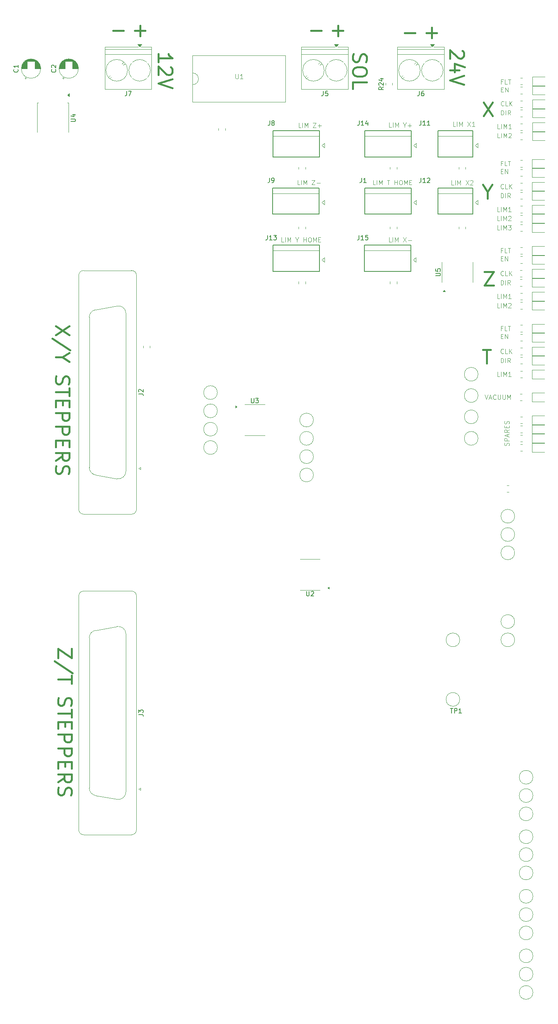
<source format=gbr>
%TF.GenerationSoftware,KiCad,Pcbnew,9.0.0*%
%TF.CreationDate,2025-03-11T18:36:24-04:00*%
%TF.ProjectId,pnp_controller,706e705f-636f-46e7-9472-6f6c6c65722e,rev?*%
%TF.SameCoordinates,Original*%
%TF.FileFunction,Legend,Top*%
%TF.FilePolarity,Positive*%
%FSLAX46Y46*%
G04 Gerber Fmt 4.6, Leading zero omitted, Abs format (unit mm)*
G04 Created by KiCad (PCBNEW 9.0.0) date 2025-03-11 18:36:24*
%MOMM*%
%LPD*%
G01*
G04 APERTURE LIST*
%ADD10C,0.100000*%
%ADD11C,0.400000*%
%ADD12C,0.150000*%
%ADD13C,0.120000*%
%ADD14C,0.127000*%
G04 APERTURE END LIST*
D10*
X148180074Y16327580D02*
X147703884Y16327580D01*
X147703884Y16327580D02*
X147703884Y17327580D01*
X148513408Y16327580D02*
X148513408Y17327580D01*
X148989598Y16327580D02*
X148989598Y17327580D01*
X148989598Y17327580D02*
X149322931Y16613295D01*
X149322931Y16613295D02*
X149656264Y17327580D01*
X149656264Y17327580D02*
X149656264Y16327580D01*
X150799122Y17327580D02*
X151465788Y16327580D01*
X151465788Y17327580D02*
X150799122Y16327580D01*
X151799122Y17232342D02*
X151846741Y17279961D01*
X151846741Y17279961D02*
X151941979Y17327580D01*
X151941979Y17327580D02*
X152180074Y17327580D01*
X152180074Y17327580D02*
X152275312Y17279961D01*
X152275312Y17279961D02*
X152322931Y17232342D01*
X152322931Y17232342D02*
X152370550Y17137104D01*
X152370550Y17137104D02*
X152370550Y17041866D01*
X152370550Y17041866D02*
X152322931Y16899009D01*
X152322931Y16899009D02*
X151751503Y16327580D01*
X151751503Y16327580D02*
X152370550Y16327580D01*
X148580074Y29127580D02*
X148103884Y29127580D01*
X148103884Y29127580D02*
X148103884Y30127580D01*
X148913408Y29127580D02*
X148913408Y30127580D01*
X149389598Y29127580D02*
X149389598Y30127580D01*
X149389598Y30127580D02*
X149722931Y29413295D01*
X149722931Y29413295D02*
X150056264Y30127580D01*
X150056264Y30127580D02*
X150056264Y29127580D01*
X151199122Y30127580D02*
X151865788Y29127580D01*
X151865788Y30127580D02*
X151199122Y29127580D01*
X152770550Y29127580D02*
X152199122Y29127580D01*
X152484836Y29127580D02*
X152484836Y30127580D01*
X152484836Y30127580D02*
X152389598Y29984723D01*
X152389598Y29984723D02*
X152294360Y29889485D01*
X152294360Y29889485D02*
X152199122Y29841866D01*
X134580074Y28927580D02*
X134103884Y28927580D01*
X134103884Y28927580D02*
X134103884Y29927580D01*
X134913408Y28927580D02*
X134913408Y29927580D01*
X135389598Y28927580D02*
X135389598Y29927580D01*
X135389598Y29927580D02*
X135722931Y29213295D01*
X135722931Y29213295D02*
X136056264Y29927580D01*
X136056264Y29927580D02*
X136056264Y28927580D01*
X137484836Y29403771D02*
X137484836Y28927580D01*
X137151503Y29927580D02*
X137484836Y29403771D01*
X137484836Y29403771D02*
X137818169Y29927580D01*
X138151503Y29308533D02*
X138913408Y29308533D01*
X138532455Y28927580D02*
X138532455Y29689485D01*
X131030074Y16377580D02*
X130553884Y16377580D01*
X130553884Y16377580D02*
X130553884Y17377580D01*
X131363408Y16377580D02*
X131363408Y17377580D01*
X131839598Y16377580D02*
X131839598Y17377580D01*
X131839598Y17377580D02*
X132172931Y16663295D01*
X132172931Y16663295D02*
X132506264Y17377580D01*
X132506264Y17377580D02*
X132506264Y16377580D01*
X133601503Y17377580D02*
X134172931Y17377580D01*
X133887217Y16377580D02*
X133887217Y17377580D01*
X135268170Y16377580D02*
X135268170Y17377580D01*
X135268170Y16901390D02*
X135839598Y16901390D01*
X135839598Y16377580D02*
X135839598Y17377580D01*
X136506265Y17377580D02*
X136696741Y17377580D01*
X136696741Y17377580D02*
X136791979Y17329961D01*
X136791979Y17329961D02*
X136887217Y17234723D01*
X136887217Y17234723D02*
X136934836Y17044247D01*
X136934836Y17044247D02*
X136934836Y16710914D01*
X136934836Y16710914D02*
X136887217Y16520438D01*
X136887217Y16520438D02*
X136791979Y16425200D01*
X136791979Y16425200D02*
X136696741Y16377580D01*
X136696741Y16377580D02*
X136506265Y16377580D01*
X136506265Y16377580D02*
X136411027Y16425200D01*
X136411027Y16425200D02*
X136315789Y16520438D01*
X136315789Y16520438D02*
X136268170Y16710914D01*
X136268170Y16710914D02*
X136268170Y17044247D01*
X136268170Y17044247D02*
X136315789Y17234723D01*
X136315789Y17234723D02*
X136411027Y17329961D01*
X136411027Y17329961D02*
X136506265Y17377580D01*
X137363408Y16377580D02*
X137363408Y17377580D01*
X137363408Y17377580D02*
X137696741Y16663295D01*
X137696741Y16663295D02*
X138030074Y17377580D01*
X138030074Y17377580D02*
X138030074Y16377580D01*
X138506265Y16901390D02*
X138839598Y16901390D01*
X138982455Y16377580D02*
X138506265Y16377580D01*
X138506265Y16377580D02*
X138506265Y17377580D01*
X138506265Y17377580D02*
X138982455Y17377580D01*
X134530074Y3877580D02*
X134053884Y3877580D01*
X134053884Y3877580D02*
X134053884Y4877580D01*
X134863408Y3877580D02*
X134863408Y4877580D01*
X135339598Y3877580D02*
X135339598Y4877580D01*
X135339598Y4877580D02*
X135672931Y4163295D01*
X135672931Y4163295D02*
X136006264Y4877580D01*
X136006264Y4877580D02*
X136006264Y3877580D01*
X137149122Y4877580D02*
X137815788Y3877580D01*
X137815788Y4877580D02*
X137149122Y3877580D01*
X138196741Y4258533D02*
X138958646Y4258533D01*
X111030074Y3877580D02*
X110553884Y3877580D01*
X110553884Y3877580D02*
X110553884Y4877580D01*
X111363408Y3877580D02*
X111363408Y4877580D01*
X111839598Y3877580D02*
X111839598Y4877580D01*
X111839598Y4877580D02*
X112172931Y4163295D01*
X112172931Y4163295D02*
X112506264Y4877580D01*
X112506264Y4877580D02*
X112506264Y3877580D01*
X113934836Y4353771D02*
X113934836Y3877580D01*
X113601503Y4877580D02*
X113934836Y4353771D01*
X113934836Y4353771D02*
X114268169Y4877580D01*
X115363408Y3877580D02*
X115363408Y4877580D01*
X115363408Y4401390D02*
X115934836Y4401390D01*
X115934836Y3877580D02*
X115934836Y4877580D01*
X116601503Y4877580D02*
X116791979Y4877580D01*
X116791979Y4877580D02*
X116887217Y4829961D01*
X116887217Y4829961D02*
X116982455Y4734723D01*
X116982455Y4734723D02*
X117030074Y4544247D01*
X117030074Y4544247D02*
X117030074Y4210914D01*
X117030074Y4210914D02*
X116982455Y4020438D01*
X116982455Y4020438D02*
X116887217Y3925200D01*
X116887217Y3925200D02*
X116791979Y3877580D01*
X116791979Y3877580D02*
X116601503Y3877580D01*
X116601503Y3877580D02*
X116506265Y3925200D01*
X116506265Y3925200D02*
X116411027Y4020438D01*
X116411027Y4020438D02*
X116363408Y4210914D01*
X116363408Y4210914D02*
X116363408Y4544247D01*
X116363408Y4544247D02*
X116411027Y4734723D01*
X116411027Y4734723D02*
X116506265Y4829961D01*
X116506265Y4829961D02*
X116601503Y4877580D01*
X117458646Y3877580D02*
X117458646Y4877580D01*
X117458646Y4877580D02*
X117791979Y4163295D01*
X117791979Y4163295D02*
X118125312Y4877580D01*
X118125312Y4877580D02*
X118125312Y3877580D01*
X118601503Y4401390D02*
X118934836Y4401390D01*
X119077693Y3877580D02*
X118601503Y3877580D01*
X118601503Y3877580D02*
X118601503Y4877580D01*
X118601503Y4877580D02*
X119077693Y4877580D01*
X114530074Y16377580D02*
X114053884Y16377580D01*
X114053884Y16377580D02*
X114053884Y17377580D01*
X114863408Y16377580D02*
X114863408Y17377580D01*
X115339598Y16377580D02*
X115339598Y17377580D01*
X115339598Y17377580D02*
X115672931Y16663295D01*
X115672931Y16663295D02*
X116006264Y17377580D01*
X116006264Y17377580D02*
X116006264Y16377580D01*
X117149122Y17377580D02*
X117815788Y17377580D01*
X117815788Y17377580D02*
X117149122Y16377580D01*
X117149122Y16377580D02*
X117815788Y16377580D01*
X118196741Y16758533D02*
X118958646Y16758533D01*
X114780074Y28877580D02*
X114303884Y28877580D01*
X114303884Y28877580D02*
X114303884Y29877580D01*
X115113408Y28877580D02*
X115113408Y29877580D01*
X115589598Y28877580D02*
X115589598Y29877580D01*
X115589598Y29877580D02*
X115922931Y29163295D01*
X115922931Y29163295D02*
X116256264Y29877580D01*
X116256264Y29877580D02*
X116256264Y28877580D01*
X117399122Y29877580D02*
X118065788Y29877580D01*
X118065788Y29877580D02*
X117399122Y28877580D01*
X117399122Y28877580D02*
X118065788Y28877580D01*
X118446741Y29258533D02*
X119208646Y29258533D01*
X118827693Y28877580D02*
X118827693Y29639485D01*
D11*
X64637942Y-84941728D02*
X64637942Y-86941728D01*
X64637942Y-86941728D02*
X61637942Y-84941728D01*
X61637942Y-84941728D02*
X61637942Y-86941728D01*
X64780800Y-90227442D02*
X60923657Y-87656014D01*
X64637942Y-90798871D02*
X64637942Y-92513157D01*
X61637942Y-91656014D02*
X64637942Y-91656014D01*
X61780800Y-95656013D02*
X61637942Y-96084585D01*
X61637942Y-96084585D02*
X61637942Y-96798870D01*
X61637942Y-96798870D02*
X61780800Y-97084585D01*
X61780800Y-97084585D02*
X61923657Y-97227442D01*
X61923657Y-97227442D02*
X62209371Y-97370299D01*
X62209371Y-97370299D02*
X62495085Y-97370299D01*
X62495085Y-97370299D02*
X62780800Y-97227442D01*
X62780800Y-97227442D02*
X62923657Y-97084585D01*
X62923657Y-97084585D02*
X63066514Y-96798870D01*
X63066514Y-96798870D02*
X63209371Y-96227442D01*
X63209371Y-96227442D02*
X63352228Y-95941727D01*
X63352228Y-95941727D02*
X63495085Y-95798870D01*
X63495085Y-95798870D02*
X63780800Y-95656013D01*
X63780800Y-95656013D02*
X64066514Y-95656013D01*
X64066514Y-95656013D02*
X64352228Y-95798870D01*
X64352228Y-95798870D02*
X64495085Y-95941727D01*
X64495085Y-95941727D02*
X64637942Y-96227442D01*
X64637942Y-96227442D02*
X64637942Y-96941727D01*
X64637942Y-96941727D02*
X64495085Y-97370299D01*
X64637942Y-98227442D02*
X64637942Y-99941728D01*
X61637942Y-99084585D02*
X64637942Y-99084585D01*
X63209371Y-100941727D02*
X63209371Y-101941727D01*
X61637942Y-102370299D02*
X61637942Y-100941727D01*
X61637942Y-100941727D02*
X64637942Y-100941727D01*
X64637942Y-100941727D02*
X64637942Y-102370299D01*
X61637942Y-103656013D02*
X64637942Y-103656013D01*
X64637942Y-103656013D02*
X64637942Y-104798870D01*
X64637942Y-104798870D02*
X64495085Y-105084585D01*
X64495085Y-105084585D02*
X64352228Y-105227442D01*
X64352228Y-105227442D02*
X64066514Y-105370299D01*
X64066514Y-105370299D02*
X63637942Y-105370299D01*
X63637942Y-105370299D02*
X63352228Y-105227442D01*
X63352228Y-105227442D02*
X63209371Y-105084585D01*
X63209371Y-105084585D02*
X63066514Y-104798870D01*
X63066514Y-104798870D02*
X63066514Y-103656013D01*
X61637942Y-106656013D02*
X64637942Y-106656013D01*
X64637942Y-106656013D02*
X64637942Y-107798870D01*
X64637942Y-107798870D02*
X64495085Y-108084585D01*
X64495085Y-108084585D02*
X64352228Y-108227442D01*
X64352228Y-108227442D02*
X64066514Y-108370299D01*
X64066514Y-108370299D02*
X63637942Y-108370299D01*
X63637942Y-108370299D02*
X63352228Y-108227442D01*
X63352228Y-108227442D02*
X63209371Y-108084585D01*
X63209371Y-108084585D02*
X63066514Y-107798870D01*
X63066514Y-107798870D02*
X63066514Y-106656013D01*
X63209371Y-109656013D02*
X63209371Y-110656013D01*
X61637942Y-111084585D02*
X61637942Y-109656013D01*
X61637942Y-109656013D02*
X64637942Y-109656013D01*
X64637942Y-109656013D02*
X64637942Y-111084585D01*
X61637942Y-114084585D02*
X63066514Y-113084585D01*
X61637942Y-112370299D02*
X64637942Y-112370299D01*
X64637942Y-112370299D02*
X64637942Y-113513156D01*
X64637942Y-113513156D02*
X64495085Y-113798871D01*
X64495085Y-113798871D02*
X64352228Y-113941728D01*
X64352228Y-113941728D02*
X64066514Y-114084585D01*
X64066514Y-114084585D02*
X63637942Y-114084585D01*
X63637942Y-114084585D02*
X63352228Y-113941728D01*
X63352228Y-113941728D02*
X63209371Y-113798871D01*
X63209371Y-113798871D02*
X63066514Y-113513156D01*
X63066514Y-113513156D02*
X63066514Y-112370299D01*
X61780800Y-115227442D02*
X61637942Y-115656014D01*
X61637942Y-115656014D02*
X61637942Y-116370299D01*
X61637942Y-116370299D02*
X61780800Y-116656014D01*
X61780800Y-116656014D02*
X61923657Y-116798871D01*
X61923657Y-116798871D02*
X62209371Y-116941728D01*
X62209371Y-116941728D02*
X62495085Y-116941728D01*
X62495085Y-116941728D02*
X62780800Y-116798871D01*
X62780800Y-116798871D02*
X62923657Y-116656014D01*
X62923657Y-116656014D02*
X63066514Y-116370299D01*
X63066514Y-116370299D02*
X63209371Y-115798871D01*
X63209371Y-115798871D02*
X63352228Y-115513156D01*
X63352228Y-115513156D02*
X63495085Y-115370299D01*
X63495085Y-115370299D02*
X63780800Y-115227442D01*
X63780800Y-115227442D02*
X64066514Y-115227442D01*
X64066514Y-115227442D02*
X64352228Y-115370299D01*
X64352228Y-115370299D02*
X64495085Y-115513156D01*
X64495085Y-115513156D02*
X64637942Y-115798871D01*
X64637942Y-115798871D02*
X64637942Y-116513156D01*
X64637942Y-116513156D02*
X64495085Y-116941728D01*
X64137942Y-14441728D02*
X61137942Y-16441728D01*
X64137942Y-16441728D02*
X61137942Y-14441728D01*
X64280800Y-19727442D02*
X60423657Y-17156014D01*
X62566514Y-21298871D02*
X61137942Y-21298871D01*
X64137942Y-20298871D02*
X62566514Y-21298871D01*
X62566514Y-21298871D02*
X64137942Y-22298871D01*
X61280800Y-25441728D02*
X61137942Y-25870300D01*
X61137942Y-25870300D02*
X61137942Y-26584585D01*
X61137942Y-26584585D02*
X61280800Y-26870300D01*
X61280800Y-26870300D02*
X61423657Y-27013157D01*
X61423657Y-27013157D02*
X61709371Y-27156014D01*
X61709371Y-27156014D02*
X61995085Y-27156014D01*
X61995085Y-27156014D02*
X62280800Y-27013157D01*
X62280800Y-27013157D02*
X62423657Y-26870300D01*
X62423657Y-26870300D02*
X62566514Y-26584585D01*
X62566514Y-26584585D02*
X62709371Y-26013157D01*
X62709371Y-26013157D02*
X62852228Y-25727442D01*
X62852228Y-25727442D02*
X62995085Y-25584585D01*
X62995085Y-25584585D02*
X63280800Y-25441728D01*
X63280800Y-25441728D02*
X63566514Y-25441728D01*
X63566514Y-25441728D02*
X63852228Y-25584585D01*
X63852228Y-25584585D02*
X63995085Y-25727442D01*
X63995085Y-25727442D02*
X64137942Y-26013157D01*
X64137942Y-26013157D02*
X64137942Y-26727442D01*
X64137942Y-26727442D02*
X63995085Y-27156014D01*
X64137942Y-28013157D02*
X64137942Y-29727443D01*
X61137942Y-28870300D02*
X64137942Y-28870300D01*
X62709371Y-30727442D02*
X62709371Y-31727442D01*
X61137942Y-32156014D02*
X61137942Y-30727442D01*
X61137942Y-30727442D02*
X64137942Y-30727442D01*
X64137942Y-30727442D02*
X64137942Y-32156014D01*
X61137942Y-33441728D02*
X64137942Y-33441728D01*
X64137942Y-33441728D02*
X64137942Y-34584585D01*
X64137942Y-34584585D02*
X63995085Y-34870300D01*
X63995085Y-34870300D02*
X63852228Y-35013157D01*
X63852228Y-35013157D02*
X63566514Y-35156014D01*
X63566514Y-35156014D02*
X63137942Y-35156014D01*
X63137942Y-35156014D02*
X62852228Y-35013157D01*
X62852228Y-35013157D02*
X62709371Y-34870300D01*
X62709371Y-34870300D02*
X62566514Y-34584585D01*
X62566514Y-34584585D02*
X62566514Y-33441728D01*
X61137942Y-36441728D02*
X64137942Y-36441728D01*
X64137942Y-36441728D02*
X64137942Y-37584585D01*
X64137942Y-37584585D02*
X63995085Y-37870300D01*
X63995085Y-37870300D02*
X63852228Y-38013157D01*
X63852228Y-38013157D02*
X63566514Y-38156014D01*
X63566514Y-38156014D02*
X63137942Y-38156014D01*
X63137942Y-38156014D02*
X62852228Y-38013157D01*
X62852228Y-38013157D02*
X62709371Y-37870300D01*
X62709371Y-37870300D02*
X62566514Y-37584585D01*
X62566514Y-37584585D02*
X62566514Y-36441728D01*
X62709371Y-39441728D02*
X62709371Y-40441728D01*
X61137942Y-40870300D02*
X61137942Y-39441728D01*
X61137942Y-39441728D02*
X64137942Y-39441728D01*
X64137942Y-39441728D02*
X64137942Y-40870300D01*
X61137942Y-43870300D02*
X62566514Y-42870300D01*
X61137942Y-42156014D02*
X64137942Y-42156014D01*
X64137942Y-42156014D02*
X64137942Y-43298871D01*
X64137942Y-43298871D02*
X63995085Y-43584586D01*
X63995085Y-43584586D02*
X63852228Y-43727443D01*
X63852228Y-43727443D02*
X63566514Y-43870300D01*
X63566514Y-43870300D02*
X63137942Y-43870300D01*
X63137942Y-43870300D02*
X62852228Y-43727443D01*
X62852228Y-43727443D02*
X62709371Y-43584586D01*
X62709371Y-43584586D02*
X62566514Y-43298871D01*
X62566514Y-43298871D02*
X62566514Y-42156014D01*
X61280800Y-45013157D02*
X61137942Y-45441729D01*
X61137942Y-45441729D02*
X61137942Y-46156014D01*
X61137942Y-46156014D02*
X61280800Y-46441729D01*
X61280800Y-46441729D02*
X61423657Y-46584586D01*
X61423657Y-46584586D02*
X61709371Y-46727443D01*
X61709371Y-46727443D02*
X61995085Y-46727443D01*
X61995085Y-46727443D02*
X62280800Y-46584586D01*
X62280800Y-46584586D02*
X62423657Y-46441729D01*
X62423657Y-46441729D02*
X62566514Y-46156014D01*
X62566514Y-46156014D02*
X62709371Y-45584586D01*
X62709371Y-45584586D02*
X62852228Y-45298871D01*
X62852228Y-45298871D02*
X62995085Y-45156014D01*
X62995085Y-45156014D02*
X63280800Y-45013157D01*
X63280800Y-45013157D02*
X63566514Y-45013157D01*
X63566514Y-45013157D02*
X63852228Y-45156014D01*
X63852228Y-45156014D02*
X63995085Y-45298871D01*
X63995085Y-45298871D02*
X64137942Y-45584586D01*
X64137942Y-45584586D02*
X64137942Y-46298871D01*
X64137942Y-46298871D02*
X63995085Y-46727443D01*
X83637942Y43201128D02*
X83637942Y44915414D01*
X83637942Y44058271D02*
X86637942Y44058271D01*
X86637942Y44058271D02*
X86209371Y44343985D01*
X86209371Y44343985D02*
X85923657Y44629700D01*
X85923657Y44629700D02*
X85780800Y44915414D01*
X86352228Y42058271D02*
X86495085Y41915414D01*
X86495085Y41915414D02*
X86637942Y41629700D01*
X86637942Y41629700D02*
X86637942Y40915414D01*
X86637942Y40915414D02*
X86495085Y40629700D01*
X86495085Y40629700D02*
X86352228Y40486842D01*
X86352228Y40486842D02*
X86066514Y40343985D01*
X86066514Y40343985D02*
X85780800Y40343985D01*
X85780800Y40343985D02*
X85352228Y40486842D01*
X85352228Y40486842D02*
X83637942Y42201128D01*
X83637942Y42201128D02*
X83637942Y40343985D01*
X86637942Y39486842D02*
X83637942Y38486842D01*
X83637942Y38486842D02*
X86637942Y37486842D01*
X126280800Y44915414D02*
X126137942Y44486843D01*
X126137942Y44486843D02*
X126137942Y43772557D01*
X126137942Y43772557D02*
X126280800Y43486843D01*
X126280800Y43486843D02*
X126423657Y43343985D01*
X126423657Y43343985D02*
X126709371Y43201128D01*
X126709371Y43201128D02*
X126995085Y43201128D01*
X126995085Y43201128D02*
X127280800Y43343985D01*
X127280800Y43343985D02*
X127423657Y43486843D01*
X127423657Y43486843D02*
X127566514Y43772557D01*
X127566514Y43772557D02*
X127709371Y44343985D01*
X127709371Y44343985D02*
X127852228Y44629700D01*
X127852228Y44629700D02*
X127995085Y44772557D01*
X127995085Y44772557D02*
X128280800Y44915414D01*
X128280800Y44915414D02*
X128566514Y44915414D01*
X128566514Y44915414D02*
X128852228Y44772557D01*
X128852228Y44772557D02*
X128995085Y44629700D01*
X128995085Y44629700D02*
X129137942Y44343985D01*
X129137942Y44343985D02*
X129137942Y43629700D01*
X129137942Y43629700D02*
X128995085Y43201128D01*
X129137942Y41343985D02*
X129137942Y40772557D01*
X129137942Y40772557D02*
X128995085Y40486842D01*
X128995085Y40486842D02*
X128709371Y40201128D01*
X128709371Y40201128D02*
X128137942Y40058271D01*
X128137942Y40058271D02*
X127137942Y40058271D01*
X127137942Y40058271D02*
X126566514Y40201128D01*
X126566514Y40201128D02*
X126280800Y40486842D01*
X126280800Y40486842D02*
X126137942Y40772557D01*
X126137942Y40772557D02*
X126137942Y41343985D01*
X126137942Y41343985D02*
X126280800Y41629700D01*
X126280800Y41629700D02*
X126566514Y41915414D01*
X126566514Y41915414D02*
X127137942Y42058271D01*
X127137942Y42058271D02*
X128137942Y42058271D01*
X128137942Y42058271D02*
X128709371Y41915414D01*
X128709371Y41915414D02*
X128995085Y41629700D01*
X128995085Y41629700D02*
X129137942Y41343985D01*
X126137942Y37343985D02*
X126137942Y38772557D01*
X126137942Y38772557D02*
X129137942Y38772557D01*
X150102228Y45665414D02*
X150245085Y45522557D01*
X150245085Y45522557D02*
X150387942Y45236843D01*
X150387942Y45236843D02*
X150387942Y44522557D01*
X150387942Y44522557D02*
X150245085Y44236843D01*
X150245085Y44236843D02*
X150102228Y44093985D01*
X150102228Y44093985D02*
X149816514Y43951128D01*
X149816514Y43951128D02*
X149530800Y43951128D01*
X149530800Y43951128D02*
X149102228Y44093985D01*
X149102228Y44093985D02*
X147387942Y45808271D01*
X147387942Y45808271D02*
X147387942Y43951128D01*
X149387942Y41379700D02*
X147387942Y41379700D01*
X150530800Y42093985D02*
X148387942Y42808271D01*
X148387942Y42808271D02*
X148387942Y40951128D01*
X150387942Y40236842D02*
X147387942Y39236842D01*
X147387942Y39236842D02*
X150387942Y38236842D01*
X78477442Y50030800D02*
X80763157Y50030800D01*
X79620299Y48887942D02*
X79620299Y51173657D01*
X73727442Y50030800D02*
X76013157Y50030800D01*
X73727442Y50030800D02*
X76013157Y50030800D01*
X78477442Y50030800D02*
X80763157Y50030800D01*
X79620299Y48887942D02*
X79620299Y51173657D01*
X121727442Y50030800D02*
X124013157Y50030800D01*
X122870299Y48887942D02*
X122870299Y51173657D01*
X116977442Y50030800D02*
X119263157Y50030800D01*
X137477442Y49530800D02*
X139763157Y49530800D01*
X142227442Y49530800D02*
X144513157Y49530800D01*
X143370299Y48387942D02*
X143370299Y50673657D01*
X154691728Y34387942D02*
X156691728Y31387942D01*
X156691728Y34387942D02*
X154691728Y31387942D01*
X154548871Y-19612057D02*
X156263157Y-19612057D01*
X155406014Y-22612057D02*
X155406014Y-19612057D01*
X154891728Y-2612057D02*
X156891728Y-2612057D01*
X156891728Y-2612057D02*
X154891728Y-5612057D01*
X154891728Y-5612057D02*
X156891728Y-5612057D01*
X155548871Y14816514D02*
X155548871Y13387942D01*
X154548871Y16387942D02*
X155548871Y14816514D01*
X155548871Y14816514D02*
X156548871Y16387942D01*
D10*
X160224800Y-40543734D02*
X160272419Y-40400877D01*
X160272419Y-40400877D02*
X160272419Y-40162782D01*
X160272419Y-40162782D02*
X160224800Y-40067544D01*
X160224800Y-40067544D02*
X160177180Y-40019925D01*
X160177180Y-40019925D02*
X160081942Y-39972306D01*
X160081942Y-39972306D02*
X159986704Y-39972306D01*
X159986704Y-39972306D02*
X159891466Y-40019925D01*
X159891466Y-40019925D02*
X159843847Y-40067544D01*
X159843847Y-40067544D02*
X159796228Y-40162782D01*
X159796228Y-40162782D02*
X159748609Y-40353258D01*
X159748609Y-40353258D02*
X159700990Y-40448496D01*
X159700990Y-40448496D02*
X159653371Y-40496115D01*
X159653371Y-40496115D02*
X159558133Y-40543734D01*
X159558133Y-40543734D02*
X159462895Y-40543734D01*
X159462895Y-40543734D02*
X159367657Y-40496115D01*
X159367657Y-40496115D02*
X159320038Y-40448496D01*
X159320038Y-40448496D02*
X159272419Y-40353258D01*
X159272419Y-40353258D02*
X159272419Y-40115163D01*
X159272419Y-40115163D02*
X159320038Y-39972306D01*
X160272419Y-39543734D02*
X159272419Y-39543734D01*
X159272419Y-39543734D02*
X159272419Y-39162782D01*
X159272419Y-39162782D02*
X159320038Y-39067544D01*
X159320038Y-39067544D02*
X159367657Y-39019925D01*
X159367657Y-39019925D02*
X159462895Y-38972306D01*
X159462895Y-38972306D02*
X159605752Y-38972306D01*
X159605752Y-38972306D02*
X159700990Y-39019925D01*
X159700990Y-39019925D02*
X159748609Y-39067544D01*
X159748609Y-39067544D02*
X159796228Y-39162782D01*
X159796228Y-39162782D02*
X159796228Y-39543734D01*
X159986704Y-38591353D02*
X159986704Y-38115163D01*
X160272419Y-38686591D02*
X159272419Y-38353258D01*
X159272419Y-38353258D02*
X160272419Y-38019925D01*
X160272419Y-37115163D02*
X159796228Y-37448496D01*
X160272419Y-37686591D02*
X159272419Y-37686591D01*
X159272419Y-37686591D02*
X159272419Y-37305639D01*
X159272419Y-37305639D02*
X159320038Y-37210401D01*
X159320038Y-37210401D02*
X159367657Y-37162782D01*
X159367657Y-37162782D02*
X159462895Y-37115163D01*
X159462895Y-37115163D02*
X159605752Y-37115163D01*
X159605752Y-37115163D02*
X159700990Y-37162782D01*
X159700990Y-37162782D02*
X159748609Y-37210401D01*
X159748609Y-37210401D02*
X159796228Y-37305639D01*
X159796228Y-37305639D02*
X159796228Y-37686591D01*
X159748609Y-36686591D02*
X159748609Y-36353258D01*
X160272419Y-36210401D02*
X160272419Y-36686591D01*
X160272419Y-36686591D02*
X159272419Y-36686591D01*
X159272419Y-36686591D02*
X159272419Y-36210401D01*
X160224800Y-35829448D02*
X160272419Y-35686591D01*
X160272419Y-35686591D02*
X160272419Y-35448496D01*
X160272419Y-35448496D02*
X160224800Y-35353258D01*
X160224800Y-35353258D02*
X160177180Y-35305639D01*
X160177180Y-35305639D02*
X160081942Y-35258020D01*
X160081942Y-35258020D02*
X159986704Y-35258020D01*
X159986704Y-35258020D02*
X159891466Y-35305639D01*
X159891466Y-35305639D02*
X159843847Y-35353258D01*
X159843847Y-35353258D02*
X159796228Y-35448496D01*
X159796228Y-35448496D02*
X159748609Y-35638972D01*
X159748609Y-35638972D02*
X159700990Y-35734210D01*
X159700990Y-35734210D02*
X159653371Y-35781829D01*
X159653371Y-35781829D02*
X159558133Y-35829448D01*
X159558133Y-35829448D02*
X159462895Y-35829448D01*
X159462895Y-35829448D02*
X159367657Y-35781829D01*
X159367657Y-35781829D02*
X159320038Y-35734210D01*
X159320038Y-35734210D02*
X159272419Y-35638972D01*
X159272419Y-35638972D02*
X159272419Y-35400877D01*
X159272419Y-35400877D02*
X159320038Y-35258020D01*
X154961027Y-29472419D02*
X155294360Y-30472419D01*
X155294360Y-30472419D02*
X155627693Y-29472419D01*
X155913408Y-30186704D02*
X156389598Y-30186704D01*
X155818170Y-30472419D02*
X156151503Y-29472419D01*
X156151503Y-29472419D02*
X156484836Y-30472419D01*
X157389598Y-30377180D02*
X157341979Y-30424800D01*
X157341979Y-30424800D02*
X157199122Y-30472419D01*
X157199122Y-30472419D02*
X157103884Y-30472419D01*
X157103884Y-30472419D02*
X156961027Y-30424800D01*
X156961027Y-30424800D02*
X156865789Y-30329561D01*
X156865789Y-30329561D02*
X156818170Y-30234323D01*
X156818170Y-30234323D02*
X156770551Y-30043847D01*
X156770551Y-30043847D02*
X156770551Y-29900990D01*
X156770551Y-29900990D02*
X156818170Y-29710514D01*
X156818170Y-29710514D02*
X156865789Y-29615276D01*
X156865789Y-29615276D02*
X156961027Y-29520038D01*
X156961027Y-29520038D02*
X157103884Y-29472419D01*
X157103884Y-29472419D02*
X157199122Y-29472419D01*
X157199122Y-29472419D02*
X157341979Y-29520038D01*
X157341979Y-29520038D02*
X157389598Y-29567657D01*
X157818170Y-29472419D02*
X157818170Y-30281942D01*
X157818170Y-30281942D02*
X157865789Y-30377180D01*
X157865789Y-30377180D02*
X157913408Y-30424800D01*
X157913408Y-30424800D02*
X158008646Y-30472419D01*
X158008646Y-30472419D02*
X158199122Y-30472419D01*
X158199122Y-30472419D02*
X158294360Y-30424800D01*
X158294360Y-30424800D02*
X158341979Y-30377180D01*
X158341979Y-30377180D02*
X158389598Y-30281942D01*
X158389598Y-30281942D02*
X158389598Y-29472419D01*
X158865789Y-29472419D02*
X158865789Y-30281942D01*
X158865789Y-30281942D02*
X158913408Y-30377180D01*
X158913408Y-30377180D02*
X158961027Y-30424800D01*
X158961027Y-30424800D02*
X159056265Y-30472419D01*
X159056265Y-30472419D02*
X159246741Y-30472419D01*
X159246741Y-30472419D02*
X159341979Y-30424800D01*
X159341979Y-30424800D02*
X159389598Y-30377180D01*
X159389598Y-30377180D02*
X159437217Y-30281942D01*
X159437217Y-30281942D02*
X159437217Y-29472419D01*
X159913408Y-30472419D02*
X159913408Y-29472419D01*
X159913408Y-29472419D02*
X160246741Y-30186704D01*
X160246741Y-30186704D02*
X160580074Y-29472419D01*
X160580074Y-29472419D02*
X160580074Y-30472419D01*
X158837217Y-14948609D02*
X158503884Y-14948609D01*
X158503884Y-15472419D02*
X158503884Y-14472419D01*
X158503884Y-14472419D02*
X158980074Y-14472419D01*
X159837217Y-15472419D02*
X159361027Y-15472419D01*
X159361027Y-15472419D02*
X159361027Y-14472419D01*
X160027694Y-14472419D02*
X160599122Y-14472419D01*
X160313408Y-15472419D02*
X160313408Y-14472419D01*
X159075312Y-20377180D02*
X159027693Y-20424800D01*
X159027693Y-20424800D02*
X158884836Y-20472419D01*
X158884836Y-20472419D02*
X158789598Y-20472419D01*
X158789598Y-20472419D02*
X158646741Y-20424800D01*
X158646741Y-20424800D02*
X158551503Y-20329561D01*
X158551503Y-20329561D02*
X158503884Y-20234323D01*
X158503884Y-20234323D02*
X158456265Y-20043847D01*
X158456265Y-20043847D02*
X158456265Y-19900990D01*
X158456265Y-19900990D02*
X158503884Y-19710514D01*
X158503884Y-19710514D02*
X158551503Y-19615276D01*
X158551503Y-19615276D02*
X158646741Y-19520038D01*
X158646741Y-19520038D02*
X158789598Y-19472419D01*
X158789598Y-19472419D02*
X158884836Y-19472419D01*
X158884836Y-19472419D02*
X159027693Y-19520038D01*
X159027693Y-19520038D02*
X159075312Y-19567657D01*
X159980074Y-20472419D02*
X159503884Y-20472419D01*
X159503884Y-20472419D02*
X159503884Y-19472419D01*
X160313408Y-20472419D02*
X160313408Y-19472419D01*
X160884836Y-20472419D02*
X160456265Y-19900990D01*
X160884836Y-19472419D02*
X160313408Y-20043847D01*
X158503884Y-22472419D02*
X158503884Y-21472419D01*
X158503884Y-21472419D02*
X158741979Y-21472419D01*
X158741979Y-21472419D02*
X158884836Y-21520038D01*
X158884836Y-21520038D02*
X158980074Y-21615276D01*
X158980074Y-21615276D02*
X159027693Y-21710514D01*
X159027693Y-21710514D02*
X159075312Y-21900990D01*
X159075312Y-21900990D02*
X159075312Y-22043847D01*
X159075312Y-22043847D02*
X159027693Y-22234323D01*
X159027693Y-22234323D02*
X158980074Y-22329561D01*
X158980074Y-22329561D02*
X158884836Y-22424800D01*
X158884836Y-22424800D02*
X158741979Y-22472419D01*
X158741979Y-22472419D02*
X158503884Y-22472419D01*
X159503884Y-22472419D02*
X159503884Y-21472419D01*
X160551502Y-22472419D02*
X160218169Y-21996228D01*
X159980074Y-22472419D02*
X159980074Y-21472419D01*
X159980074Y-21472419D02*
X160361026Y-21472419D01*
X160361026Y-21472419D02*
X160456264Y-21520038D01*
X160456264Y-21520038D02*
X160503883Y-21567657D01*
X160503883Y-21567657D02*
X160551502Y-21662895D01*
X160551502Y-21662895D02*
X160551502Y-21805752D01*
X160551502Y-21805752D02*
X160503883Y-21900990D01*
X160503883Y-21900990D02*
X160456264Y-21948609D01*
X160456264Y-21948609D02*
X160361026Y-21996228D01*
X160361026Y-21996228D02*
X159980074Y-21996228D01*
X158503884Y-16698609D02*
X158837217Y-16698609D01*
X158980074Y-17222419D02*
X158503884Y-17222419D01*
X158503884Y-17222419D02*
X158503884Y-16222419D01*
X158503884Y-16222419D02*
X158980074Y-16222419D01*
X159408646Y-17222419D02*
X159408646Y-16222419D01*
X159408646Y-16222419D02*
X159980074Y-17222419D01*
X159980074Y-17222419D02*
X159980074Y-16222419D01*
X158230074Y-25472419D02*
X157753884Y-25472419D01*
X157753884Y-25472419D02*
X157753884Y-24472419D01*
X158563408Y-25472419D02*
X158563408Y-24472419D01*
X159039598Y-25472419D02*
X159039598Y-24472419D01*
X159039598Y-24472419D02*
X159372931Y-25186704D01*
X159372931Y-25186704D02*
X159706264Y-24472419D01*
X159706264Y-24472419D02*
X159706264Y-25472419D01*
X160706264Y-25472419D02*
X160134836Y-25472419D01*
X160420550Y-25472419D02*
X160420550Y-24472419D01*
X160420550Y-24472419D02*
X160325312Y-24615276D01*
X160325312Y-24615276D02*
X160230074Y-24710514D01*
X160230074Y-24710514D02*
X160134836Y-24758133D01*
X158230074Y-8472419D02*
X157753884Y-8472419D01*
X157753884Y-8472419D02*
X157753884Y-7472419D01*
X158563408Y-8472419D02*
X158563408Y-7472419D01*
X159039598Y-8472419D02*
X159039598Y-7472419D01*
X159039598Y-7472419D02*
X159372931Y-8186704D01*
X159372931Y-8186704D02*
X159706264Y-7472419D01*
X159706264Y-7472419D02*
X159706264Y-8472419D01*
X160706264Y-8472419D02*
X160134836Y-8472419D01*
X160420550Y-8472419D02*
X160420550Y-7472419D01*
X160420550Y-7472419D02*
X160325312Y-7615276D01*
X160325312Y-7615276D02*
X160230074Y-7710514D01*
X160230074Y-7710514D02*
X160134836Y-7758133D01*
X158837217Y2051390D02*
X158503884Y2051390D01*
X158503884Y1527580D02*
X158503884Y2527580D01*
X158503884Y2527580D02*
X158980074Y2527580D01*
X159837217Y1527580D02*
X159361027Y1527580D01*
X159361027Y1527580D02*
X159361027Y2527580D01*
X160027694Y2527580D02*
X160599122Y2527580D01*
X160313408Y1527580D02*
X160313408Y2527580D01*
X158230074Y-10472419D02*
X157753884Y-10472419D01*
X157753884Y-10472419D02*
X157753884Y-9472419D01*
X158563408Y-10472419D02*
X158563408Y-9472419D01*
X159039598Y-10472419D02*
X159039598Y-9472419D01*
X159039598Y-9472419D02*
X159372931Y-10186704D01*
X159372931Y-10186704D02*
X159706264Y-9472419D01*
X159706264Y-9472419D02*
X159706264Y-10472419D01*
X160134836Y-9567657D02*
X160182455Y-9520038D01*
X160182455Y-9520038D02*
X160277693Y-9472419D01*
X160277693Y-9472419D02*
X160515788Y-9472419D01*
X160515788Y-9472419D02*
X160611026Y-9520038D01*
X160611026Y-9520038D02*
X160658645Y-9567657D01*
X160658645Y-9567657D02*
X160706264Y-9662895D01*
X160706264Y-9662895D02*
X160706264Y-9758133D01*
X160706264Y-9758133D02*
X160658645Y-9900990D01*
X160658645Y-9900990D02*
X160087217Y-10472419D01*
X160087217Y-10472419D02*
X160706264Y-10472419D01*
X158503884Y301390D02*
X158837217Y301390D01*
X158980074Y-222419D02*
X158503884Y-222419D01*
X158503884Y-222419D02*
X158503884Y777580D01*
X158503884Y777580D02*
X158980074Y777580D01*
X159408646Y-222419D02*
X159408646Y777580D01*
X159408646Y777580D02*
X159980074Y-222419D01*
X159980074Y-222419D02*
X159980074Y777580D01*
X159075312Y-3377180D02*
X159027693Y-3424800D01*
X159027693Y-3424800D02*
X158884836Y-3472419D01*
X158884836Y-3472419D02*
X158789598Y-3472419D01*
X158789598Y-3472419D02*
X158646741Y-3424800D01*
X158646741Y-3424800D02*
X158551503Y-3329561D01*
X158551503Y-3329561D02*
X158503884Y-3234323D01*
X158503884Y-3234323D02*
X158456265Y-3043847D01*
X158456265Y-3043847D02*
X158456265Y-2900990D01*
X158456265Y-2900990D02*
X158503884Y-2710514D01*
X158503884Y-2710514D02*
X158551503Y-2615276D01*
X158551503Y-2615276D02*
X158646741Y-2520038D01*
X158646741Y-2520038D02*
X158789598Y-2472419D01*
X158789598Y-2472419D02*
X158884836Y-2472419D01*
X158884836Y-2472419D02*
X159027693Y-2520038D01*
X159027693Y-2520038D02*
X159075312Y-2567657D01*
X159980074Y-3472419D02*
X159503884Y-3472419D01*
X159503884Y-3472419D02*
X159503884Y-2472419D01*
X160313408Y-3472419D02*
X160313408Y-2472419D01*
X160884836Y-3472419D02*
X160456265Y-2900990D01*
X160884836Y-2472419D02*
X160313408Y-3043847D01*
X158503884Y-5472419D02*
X158503884Y-4472419D01*
X158503884Y-4472419D02*
X158741979Y-4472419D01*
X158741979Y-4472419D02*
X158884836Y-4520038D01*
X158884836Y-4520038D02*
X158980074Y-4615276D01*
X158980074Y-4615276D02*
X159027693Y-4710514D01*
X159027693Y-4710514D02*
X159075312Y-4900990D01*
X159075312Y-4900990D02*
X159075312Y-5043847D01*
X159075312Y-5043847D02*
X159027693Y-5234323D01*
X159027693Y-5234323D02*
X158980074Y-5329561D01*
X158980074Y-5329561D02*
X158884836Y-5424800D01*
X158884836Y-5424800D02*
X158741979Y-5472419D01*
X158741979Y-5472419D02*
X158503884Y-5472419D01*
X159503884Y-5472419D02*
X159503884Y-4472419D01*
X160551502Y-5472419D02*
X160218169Y-4996228D01*
X159980074Y-5472419D02*
X159980074Y-4472419D01*
X159980074Y-4472419D02*
X160361026Y-4472419D01*
X160361026Y-4472419D02*
X160456264Y-4520038D01*
X160456264Y-4520038D02*
X160503883Y-4567657D01*
X160503883Y-4567657D02*
X160551502Y-4662895D01*
X160551502Y-4662895D02*
X160551502Y-4805752D01*
X160551502Y-4805752D02*
X160503883Y-4900990D01*
X160503883Y-4900990D02*
X160456264Y-4948609D01*
X160456264Y-4948609D02*
X160361026Y-4996228D01*
X160361026Y-4996228D02*
X159980074Y-4996228D01*
X158230074Y6527580D02*
X157753884Y6527580D01*
X157753884Y6527580D02*
X157753884Y7527580D01*
X158563408Y6527580D02*
X158563408Y7527580D01*
X159039598Y6527580D02*
X159039598Y7527580D01*
X159039598Y7527580D02*
X159372931Y6813295D01*
X159372931Y6813295D02*
X159706264Y7527580D01*
X159706264Y7527580D02*
X159706264Y6527580D01*
X160087217Y7527580D02*
X160706264Y7527580D01*
X160706264Y7527580D02*
X160372931Y7146628D01*
X160372931Y7146628D02*
X160515788Y7146628D01*
X160515788Y7146628D02*
X160611026Y7099009D01*
X160611026Y7099009D02*
X160658645Y7051390D01*
X160658645Y7051390D02*
X160706264Y6956152D01*
X160706264Y6956152D02*
X160706264Y6718057D01*
X160706264Y6718057D02*
X160658645Y6622819D01*
X160658645Y6622819D02*
X160611026Y6575200D01*
X160611026Y6575200D02*
X160515788Y6527580D01*
X160515788Y6527580D02*
X160230074Y6527580D01*
X160230074Y6527580D02*
X160134836Y6575200D01*
X160134836Y6575200D02*
X160087217Y6622819D01*
X158503884Y13527580D02*
X158503884Y14527580D01*
X158503884Y14527580D02*
X158741979Y14527580D01*
X158741979Y14527580D02*
X158884836Y14479961D01*
X158884836Y14479961D02*
X158980074Y14384723D01*
X158980074Y14384723D02*
X159027693Y14289485D01*
X159027693Y14289485D02*
X159075312Y14099009D01*
X159075312Y14099009D02*
X159075312Y13956152D01*
X159075312Y13956152D02*
X159027693Y13765676D01*
X159027693Y13765676D02*
X158980074Y13670438D01*
X158980074Y13670438D02*
X158884836Y13575200D01*
X158884836Y13575200D02*
X158741979Y13527580D01*
X158741979Y13527580D02*
X158503884Y13527580D01*
X159503884Y13527580D02*
X159503884Y14527580D01*
X160551502Y13527580D02*
X160218169Y14003771D01*
X159980074Y13527580D02*
X159980074Y14527580D01*
X159980074Y14527580D02*
X160361026Y14527580D01*
X160361026Y14527580D02*
X160456264Y14479961D01*
X160456264Y14479961D02*
X160503883Y14432342D01*
X160503883Y14432342D02*
X160551502Y14337104D01*
X160551502Y14337104D02*
X160551502Y14194247D01*
X160551502Y14194247D02*
X160503883Y14099009D01*
X160503883Y14099009D02*
X160456264Y14051390D01*
X160456264Y14051390D02*
X160361026Y14003771D01*
X160361026Y14003771D02*
X159980074Y14003771D01*
X158230074Y10527580D02*
X157753884Y10527580D01*
X157753884Y10527580D02*
X157753884Y11527580D01*
X158563408Y10527580D02*
X158563408Y11527580D01*
X159039598Y10527580D02*
X159039598Y11527580D01*
X159039598Y11527580D02*
X159372931Y10813295D01*
X159372931Y10813295D02*
X159706264Y11527580D01*
X159706264Y11527580D02*
X159706264Y10527580D01*
X160706264Y10527580D02*
X160134836Y10527580D01*
X160420550Y10527580D02*
X160420550Y11527580D01*
X160420550Y11527580D02*
X160325312Y11384723D01*
X160325312Y11384723D02*
X160230074Y11289485D01*
X160230074Y11289485D02*
X160134836Y11241866D01*
X158230074Y8527580D02*
X157753884Y8527580D01*
X157753884Y8527580D02*
X157753884Y9527580D01*
X158563408Y8527580D02*
X158563408Y9527580D01*
X159039598Y8527580D02*
X159039598Y9527580D01*
X159039598Y9527580D02*
X159372931Y8813295D01*
X159372931Y8813295D02*
X159706264Y9527580D01*
X159706264Y9527580D02*
X159706264Y8527580D01*
X160134836Y9432342D02*
X160182455Y9479961D01*
X160182455Y9479961D02*
X160277693Y9527580D01*
X160277693Y9527580D02*
X160515788Y9527580D01*
X160515788Y9527580D02*
X160611026Y9479961D01*
X160611026Y9479961D02*
X160658645Y9432342D01*
X160658645Y9432342D02*
X160706264Y9337104D01*
X160706264Y9337104D02*
X160706264Y9241866D01*
X160706264Y9241866D02*
X160658645Y9099009D01*
X160658645Y9099009D02*
X160087217Y8527580D01*
X160087217Y8527580D02*
X160706264Y8527580D01*
X158837217Y21051390D02*
X158503884Y21051390D01*
X158503884Y20527580D02*
X158503884Y21527580D01*
X158503884Y21527580D02*
X158980074Y21527580D01*
X159837217Y20527580D02*
X159361027Y20527580D01*
X159361027Y20527580D02*
X159361027Y21527580D01*
X160027694Y21527580D02*
X160599122Y21527580D01*
X160313408Y20527580D02*
X160313408Y21527580D01*
X159075312Y15622819D02*
X159027693Y15575200D01*
X159027693Y15575200D02*
X158884836Y15527580D01*
X158884836Y15527580D02*
X158789598Y15527580D01*
X158789598Y15527580D02*
X158646741Y15575200D01*
X158646741Y15575200D02*
X158551503Y15670438D01*
X158551503Y15670438D02*
X158503884Y15765676D01*
X158503884Y15765676D02*
X158456265Y15956152D01*
X158456265Y15956152D02*
X158456265Y16099009D01*
X158456265Y16099009D02*
X158503884Y16289485D01*
X158503884Y16289485D02*
X158551503Y16384723D01*
X158551503Y16384723D02*
X158646741Y16479961D01*
X158646741Y16479961D02*
X158789598Y16527580D01*
X158789598Y16527580D02*
X158884836Y16527580D01*
X158884836Y16527580D02*
X159027693Y16479961D01*
X159027693Y16479961D02*
X159075312Y16432342D01*
X159980074Y15527580D02*
X159503884Y15527580D01*
X159503884Y15527580D02*
X159503884Y16527580D01*
X160313408Y15527580D02*
X160313408Y16527580D01*
X160884836Y15527580D02*
X160456265Y16099009D01*
X160884836Y16527580D02*
X160313408Y15956152D01*
X158503884Y19301390D02*
X158837217Y19301390D01*
X158980074Y18777580D02*
X158503884Y18777580D01*
X158503884Y18777580D02*
X158503884Y19777580D01*
X158503884Y19777580D02*
X158980074Y19777580D01*
X159408646Y18777580D02*
X159408646Y19777580D01*
X159408646Y19777580D02*
X159980074Y18777580D01*
X159980074Y18777580D02*
X159980074Y19777580D01*
X158280074Y26627580D02*
X157803884Y26627580D01*
X157803884Y26627580D02*
X157803884Y27627580D01*
X158613408Y26627580D02*
X158613408Y27627580D01*
X159089598Y26627580D02*
X159089598Y27627580D01*
X159089598Y27627580D02*
X159422931Y26913295D01*
X159422931Y26913295D02*
X159756264Y27627580D01*
X159756264Y27627580D02*
X159756264Y26627580D01*
X160184836Y27532342D02*
X160232455Y27579961D01*
X160232455Y27579961D02*
X160327693Y27627580D01*
X160327693Y27627580D02*
X160565788Y27627580D01*
X160565788Y27627580D02*
X160661026Y27579961D01*
X160661026Y27579961D02*
X160708645Y27532342D01*
X160708645Y27532342D02*
X160756264Y27437104D01*
X160756264Y27437104D02*
X160756264Y27341866D01*
X160756264Y27341866D02*
X160708645Y27199009D01*
X160708645Y27199009D02*
X160137217Y26627580D01*
X160137217Y26627580D02*
X160756264Y26627580D01*
X158280074Y28627580D02*
X157803884Y28627580D01*
X157803884Y28627580D02*
X157803884Y29627580D01*
X158613408Y28627580D02*
X158613408Y29627580D01*
X159089598Y28627580D02*
X159089598Y29627580D01*
X159089598Y29627580D02*
X159422931Y28913295D01*
X159422931Y28913295D02*
X159756264Y29627580D01*
X159756264Y29627580D02*
X159756264Y28627580D01*
X160756264Y28627580D02*
X160184836Y28627580D01*
X160470550Y28627580D02*
X160470550Y29627580D01*
X160470550Y29627580D02*
X160375312Y29484723D01*
X160375312Y29484723D02*
X160280074Y29389485D01*
X160280074Y29389485D02*
X160184836Y29341866D01*
X158553884Y31627580D02*
X158553884Y32627580D01*
X158553884Y32627580D02*
X158791979Y32627580D01*
X158791979Y32627580D02*
X158934836Y32579961D01*
X158934836Y32579961D02*
X159030074Y32484723D01*
X159030074Y32484723D02*
X159077693Y32389485D01*
X159077693Y32389485D02*
X159125312Y32199009D01*
X159125312Y32199009D02*
X159125312Y32056152D01*
X159125312Y32056152D02*
X159077693Y31865676D01*
X159077693Y31865676D02*
X159030074Y31770438D01*
X159030074Y31770438D02*
X158934836Y31675200D01*
X158934836Y31675200D02*
X158791979Y31627580D01*
X158791979Y31627580D02*
X158553884Y31627580D01*
X159553884Y31627580D02*
X159553884Y32627580D01*
X160601502Y31627580D02*
X160268169Y32103771D01*
X160030074Y31627580D02*
X160030074Y32627580D01*
X160030074Y32627580D02*
X160411026Y32627580D01*
X160411026Y32627580D02*
X160506264Y32579961D01*
X160506264Y32579961D02*
X160553883Y32532342D01*
X160553883Y32532342D02*
X160601502Y32437104D01*
X160601502Y32437104D02*
X160601502Y32294247D01*
X160601502Y32294247D02*
X160553883Y32199009D01*
X160553883Y32199009D02*
X160506264Y32151390D01*
X160506264Y32151390D02*
X160411026Y32103771D01*
X160411026Y32103771D02*
X160030074Y32103771D01*
X159125312Y33722819D02*
X159077693Y33675200D01*
X159077693Y33675200D02*
X158934836Y33627580D01*
X158934836Y33627580D02*
X158839598Y33627580D01*
X158839598Y33627580D02*
X158696741Y33675200D01*
X158696741Y33675200D02*
X158601503Y33770438D01*
X158601503Y33770438D02*
X158553884Y33865676D01*
X158553884Y33865676D02*
X158506265Y34056152D01*
X158506265Y34056152D02*
X158506265Y34199009D01*
X158506265Y34199009D02*
X158553884Y34389485D01*
X158553884Y34389485D02*
X158601503Y34484723D01*
X158601503Y34484723D02*
X158696741Y34579961D01*
X158696741Y34579961D02*
X158839598Y34627580D01*
X158839598Y34627580D02*
X158934836Y34627580D01*
X158934836Y34627580D02*
X159077693Y34579961D01*
X159077693Y34579961D02*
X159125312Y34532342D01*
X160030074Y33627580D02*
X159553884Y33627580D01*
X159553884Y33627580D02*
X159553884Y34627580D01*
X160363408Y33627580D02*
X160363408Y34627580D01*
X160934836Y33627580D02*
X160506265Y34199009D01*
X160934836Y34627580D02*
X160363408Y34056152D01*
X158553884Y37151390D02*
X158887217Y37151390D01*
X159030074Y36627580D02*
X158553884Y36627580D01*
X158553884Y36627580D02*
X158553884Y37627580D01*
X158553884Y37627580D02*
X159030074Y37627580D01*
X159458646Y36627580D02*
X159458646Y37627580D01*
X159458646Y37627580D02*
X160030074Y36627580D01*
X160030074Y36627580D02*
X160030074Y37627580D01*
X158887217Y38901390D02*
X158553884Y38901390D01*
X158553884Y38377580D02*
X158553884Y39377580D01*
X158553884Y39377580D02*
X159030074Y39377580D01*
X159887217Y38377580D02*
X159411027Y38377580D01*
X159411027Y38377580D02*
X159411027Y39377580D01*
X160077694Y39377580D02*
X160649122Y39377580D01*
X160363408Y38377580D02*
X160363408Y39377580D01*
D12*
X107475476Y5350180D02*
X107475476Y4635895D01*
X107475476Y4635895D02*
X107427857Y4493038D01*
X107427857Y4493038D02*
X107332619Y4397800D01*
X107332619Y4397800D02*
X107189762Y4350180D01*
X107189762Y4350180D02*
X107094524Y4350180D01*
X108475476Y4350180D02*
X107904048Y4350180D01*
X108189762Y4350180D02*
X108189762Y5350180D01*
X108189762Y5350180D02*
X108094524Y5207323D01*
X108094524Y5207323D02*
X107999286Y5112085D01*
X107999286Y5112085D02*
X107904048Y5064466D01*
X108808810Y5350180D02*
X109427857Y5350180D01*
X109427857Y5350180D02*
X109094524Y4969228D01*
X109094524Y4969228D02*
X109237381Y4969228D01*
X109237381Y4969228D02*
X109332619Y4921609D01*
X109332619Y4921609D02*
X109380238Y4873990D01*
X109380238Y4873990D02*
X109427857Y4778752D01*
X109427857Y4778752D02*
X109427857Y4540657D01*
X109427857Y4540657D02*
X109380238Y4445419D01*
X109380238Y4445419D02*
X109332619Y4397800D01*
X109332619Y4397800D02*
X109237381Y4350180D01*
X109237381Y4350180D02*
X108951667Y4350180D01*
X108951667Y4350180D02*
X108856429Y4397800D01*
X108856429Y4397800D02*
X108808810Y4445419D01*
X127475476Y5350180D02*
X127475476Y4635895D01*
X127475476Y4635895D02*
X127427857Y4493038D01*
X127427857Y4493038D02*
X127332619Y4397800D01*
X127332619Y4397800D02*
X127189762Y4350180D01*
X127189762Y4350180D02*
X127094524Y4350180D01*
X128475476Y4350180D02*
X127904048Y4350180D01*
X128189762Y4350180D02*
X128189762Y5350180D01*
X128189762Y5350180D02*
X128094524Y5207323D01*
X128094524Y5207323D02*
X127999286Y5112085D01*
X127999286Y5112085D02*
X127904048Y5064466D01*
X129380238Y5350180D02*
X128904048Y5350180D01*
X128904048Y5350180D02*
X128856429Y4873990D01*
X128856429Y4873990D02*
X128904048Y4921609D01*
X128904048Y4921609D02*
X128999286Y4969228D01*
X128999286Y4969228D02*
X129237381Y4969228D01*
X129237381Y4969228D02*
X129332619Y4921609D01*
X129332619Y4921609D02*
X129380238Y4873990D01*
X129380238Y4873990D02*
X129427857Y4778752D01*
X129427857Y4778752D02*
X129427857Y4540657D01*
X129427857Y4540657D02*
X129380238Y4445419D01*
X129380238Y4445419D02*
X129332619Y4397800D01*
X129332619Y4397800D02*
X129237381Y4350180D01*
X129237381Y4350180D02*
X128999286Y4350180D01*
X128999286Y4350180D02*
X128904048Y4397800D01*
X128904048Y4397800D02*
X128856429Y4445419D01*
X107911666Y17850180D02*
X107911666Y17135895D01*
X107911666Y17135895D02*
X107864047Y16993038D01*
X107864047Y16993038D02*
X107768809Y16897800D01*
X107768809Y16897800D02*
X107625952Y16850180D01*
X107625952Y16850180D02*
X107530714Y16850180D01*
X108435476Y16850180D02*
X108625952Y16850180D01*
X108625952Y16850180D02*
X108721190Y16897800D01*
X108721190Y16897800D02*
X108768809Y16945419D01*
X108768809Y16945419D02*
X108864047Y17088276D01*
X108864047Y17088276D02*
X108911666Y17278752D01*
X108911666Y17278752D02*
X108911666Y17659704D01*
X108911666Y17659704D02*
X108864047Y17754942D01*
X108864047Y17754942D02*
X108816428Y17802561D01*
X108816428Y17802561D02*
X108721190Y17850180D01*
X108721190Y17850180D02*
X108530714Y17850180D01*
X108530714Y17850180D02*
X108435476Y17802561D01*
X108435476Y17802561D02*
X108387857Y17754942D01*
X108387857Y17754942D02*
X108340238Y17659704D01*
X108340238Y17659704D02*
X108340238Y17421609D01*
X108340238Y17421609D02*
X108387857Y17326371D01*
X108387857Y17326371D02*
X108435476Y17278752D01*
X108435476Y17278752D02*
X108530714Y17231133D01*
X108530714Y17231133D02*
X108721190Y17231133D01*
X108721190Y17231133D02*
X108816428Y17278752D01*
X108816428Y17278752D02*
X108864047Y17326371D01*
X108864047Y17326371D02*
X108911666Y17421609D01*
X141015476Y30350180D02*
X141015476Y29635895D01*
X141015476Y29635895D02*
X140967857Y29493038D01*
X140967857Y29493038D02*
X140872619Y29397800D01*
X140872619Y29397800D02*
X140729762Y29350180D01*
X140729762Y29350180D02*
X140634524Y29350180D01*
X142015476Y29350180D02*
X141444048Y29350180D01*
X141729762Y29350180D02*
X141729762Y30350180D01*
X141729762Y30350180D02*
X141634524Y30207323D01*
X141634524Y30207323D02*
X141539286Y30112085D01*
X141539286Y30112085D02*
X141444048Y30064466D01*
X142967857Y29350180D02*
X142396429Y29350180D01*
X142682143Y29350180D02*
X142682143Y30350180D01*
X142682143Y30350180D02*
X142586905Y30207323D01*
X142586905Y30207323D02*
X142491667Y30112085D01*
X142491667Y30112085D02*
X142396429Y30064466D01*
X144254819Y-3511904D02*
X145064342Y-3511904D01*
X145064342Y-3511904D02*
X145159580Y-3464285D01*
X145159580Y-3464285D02*
X145207200Y-3416666D01*
X145207200Y-3416666D02*
X145254819Y-3321428D01*
X145254819Y-3321428D02*
X145254819Y-3130952D01*
X145254819Y-3130952D02*
X145207200Y-3035714D01*
X145207200Y-3035714D02*
X145159580Y-2988095D01*
X145159580Y-2988095D02*
X145064342Y-2940476D01*
X145064342Y-2940476D02*
X144254819Y-2940476D01*
X144254819Y-1988095D02*
X144254819Y-2464285D01*
X144254819Y-2464285D02*
X144731009Y-2511904D01*
X144731009Y-2511904D02*
X144683390Y-2464285D01*
X144683390Y-2464285D02*
X144635771Y-2369047D01*
X144635771Y-2369047D02*
X144635771Y-2130952D01*
X144635771Y-2130952D02*
X144683390Y-2035714D01*
X144683390Y-2035714D02*
X144731009Y-1988095D01*
X144731009Y-1988095D02*
X144826247Y-1940476D01*
X144826247Y-1940476D02*
X145064342Y-1940476D01*
X145064342Y-1940476D02*
X145159580Y-1988095D01*
X145159580Y-1988095D02*
X145207200Y-2035714D01*
X145207200Y-2035714D02*
X145254819Y-2130952D01*
X145254819Y-2130952D02*
X145254819Y-2369047D01*
X145254819Y-2369047D02*
X145207200Y-2464285D01*
X145207200Y-2464285D02*
X145159580Y-2511904D01*
X147438095Y-97954819D02*
X148009523Y-97954819D01*
X147723809Y-98954819D02*
X147723809Y-97954819D01*
X148342857Y-98954819D02*
X148342857Y-97954819D01*
X148342857Y-97954819D02*
X148723809Y-97954819D01*
X148723809Y-97954819D02*
X148819047Y-98002438D01*
X148819047Y-98002438D02*
X148866666Y-98050057D01*
X148866666Y-98050057D02*
X148914285Y-98145295D01*
X148914285Y-98145295D02*
X148914285Y-98288152D01*
X148914285Y-98288152D02*
X148866666Y-98383390D01*
X148866666Y-98383390D02*
X148819047Y-98431009D01*
X148819047Y-98431009D02*
X148723809Y-98478628D01*
X148723809Y-98478628D02*
X148342857Y-98478628D01*
X149866666Y-98954819D02*
X149295238Y-98954819D01*
X149580952Y-98954819D02*
X149580952Y-97954819D01*
X149580952Y-97954819D02*
X149485714Y-98097676D01*
X149485714Y-98097676D02*
X149390476Y-98192914D01*
X149390476Y-98192914D02*
X149295238Y-98240533D01*
X115988095Y-72404819D02*
X115988095Y-73214342D01*
X115988095Y-73214342D02*
X116035714Y-73309580D01*
X116035714Y-73309580D02*
X116083333Y-73357200D01*
X116083333Y-73357200D02*
X116178571Y-73404819D01*
X116178571Y-73404819D02*
X116369047Y-73404819D01*
X116369047Y-73404819D02*
X116464285Y-73357200D01*
X116464285Y-73357200D02*
X116511904Y-73309580D01*
X116511904Y-73309580D02*
X116559523Y-73214342D01*
X116559523Y-73214342D02*
X116559523Y-72404819D01*
X116988095Y-72500057D02*
X117035714Y-72452438D01*
X117035714Y-72452438D02*
X117130952Y-72404819D01*
X117130952Y-72404819D02*
X117369047Y-72404819D01*
X117369047Y-72404819D02*
X117464285Y-72452438D01*
X117464285Y-72452438D02*
X117511904Y-72500057D01*
X117511904Y-72500057D02*
X117559523Y-72595295D01*
X117559523Y-72595295D02*
X117559523Y-72690533D01*
X117559523Y-72690533D02*
X117511904Y-72833390D01*
X117511904Y-72833390D02*
X116940476Y-73404819D01*
X116940476Y-73404819D02*
X117559523Y-73404819D01*
X79264819Y-29283333D02*
X79979104Y-29283333D01*
X79979104Y-29283333D02*
X80121961Y-29330952D01*
X80121961Y-29330952D02*
X80217200Y-29426190D01*
X80217200Y-29426190D02*
X80264819Y-29569047D01*
X80264819Y-29569047D02*
X80264819Y-29664285D01*
X79360057Y-28854761D02*
X79312438Y-28807142D01*
X79312438Y-28807142D02*
X79264819Y-28711904D01*
X79264819Y-28711904D02*
X79264819Y-28473809D01*
X79264819Y-28473809D02*
X79312438Y-28378571D01*
X79312438Y-28378571D02*
X79360057Y-28330952D01*
X79360057Y-28330952D02*
X79455295Y-28283333D01*
X79455295Y-28283333D02*
X79550533Y-28283333D01*
X79550533Y-28283333D02*
X79693390Y-28330952D01*
X79693390Y-28330952D02*
X80264819Y-28902380D01*
X80264819Y-28902380D02*
X80264819Y-28283333D01*
X61109580Y41583333D02*
X61157200Y41535714D01*
X61157200Y41535714D02*
X61204819Y41392857D01*
X61204819Y41392857D02*
X61204819Y41297619D01*
X61204819Y41297619D02*
X61157200Y41154762D01*
X61157200Y41154762D02*
X61061961Y41059524D01*
X61061961Y41059524D02*
X60966723Y41011905D01*
X60966723Y41011905D02*
X60776247Y40964286D01*
X60776247Y40964286D02*
X60633390Y40964286D01*
X60633390Y40964286D02*
X60442914Y41011905D01*
X60442914Y41011905D02*
X60347676Y41059524D01*
X60347676Y41059524D02*
X60252438Y41154762D01*
X60252438Y41154762D02*
X60204819Y41297619D01*
X60204819Y41297619D02*
X60204819Y41392857D01*
X60204819Y41392857D02*
X60252438Y41535714D01*
X60252438Y41535714D02*
X60300057Y41583333D01*
X60300057Y41964286D02*
X60252438Y42011905D01*
X60252438Y42011905D02*
X60204819Y42107143D01*
X60204819Y42107143D02*
X60204819Y42345238D01*
X60204819Y42345238D02*
X60252438Y42440476D01*
X60252438Y42440476D02*
X60300057Y42488095D01*
X60300057Y42488095D02*
X60395295Y42535714D01*
X60395295Y42535714D02*
X60490533Y42535714D01*
X60490533Y42535714D02*
X60633390Y42488095D01*
X60633390Y42488095D02*
X61204819Y41916667D01*
X61204819Y41916667D02*
X61204819Y42535714D01*
X141015476Y17850180D02*
X141015476Y17135895D01*
X141015476Y17135895D02*
X140967857Y16993038D01*
X140967857Y16993038D02*
X140872619Y16897800D01*
X140872619Y16897800D02*
X140729762Y16850180D01*
X140729762Y16850180D02*
X140634524Y16850180D01*
X142015476Y16850180D02*
X141444048Y16850180D01*
X141729762Y16850180D02*
X141729762Y17850180D01*
X141729762Y17850180D02*
X141634524Y17707323D01*
X141634524Y17707323D02*
X141539286Y17612085D01*
X141539286Y17612085D02*
X141444048Y17564466D01*
X142396429Y17754942D02*
X142444048Y17802561D01*
X142444048Y17802561D02*
X142539286Y17850180D01*
X142539286Y17850180D02*
X142777381Y17850180D01*
X142777381Y17850180D02*
X142872619Y17802561D01*
X142872619Y17802561D02*
X142920238Y17754942D01*
X142920238Y17754942D02*
X142967857Y17659704D01*
X142967857Y17659704D02*
X142967857Y17564466D01*
X142967857Y17564466D02*
X142920238Y17421609D01*
X142920238Y17421609D02*
X142348810Y16850180D01*
X142348810Y16850180D02*
X142967857Y16850180D01*
X140666666Y36792680D02*
X140666666Y36078395D01*
X140666666Y36078395D02*
X140619047Y35935538D01*
X140619047Y35935538D02*
X140523809Y35840300D01*
X140523809Y35840300D02*
X140380952Y35792680D01*
X140380952Y35792680D02*
X140285714Y35792680D01*
X141571428Y36792680D02*
X141380952Y36792680D01*
X141380952Y36792680D02*
X141285714Y36745061D01*
X141285714Y36745061D02*
X141238095Y36697442D01*
X141238095Y36697442D02*
X141142857Y36554585D01*
X141142857Y36554585D02*
X141095238Y36364109D01*
X141095238Y36364109D02*
X141095238Y35983157D01*
X141095238Y35983157D02*
X141142857Y35887919D01*
X141142857Y35887919D02*
X141190476Y35840300D01*
X141190476Y35840300D02*
X141285714Y35792680D01*
X141285714Y35792680D02*
X141476190Y35792680D01*
X141476190Y35792680D02*
X141571428Y35840300D01*
X141571428Y35840300D02*
X141619047Y35887919D01*
X141619047Y35887919D02*
X141666666Y35983157D01*
X141666666Y35983157D02*
X141666666Y36221252D01*
X141666666Y36221252D02*
X141619047Y36316490D01*
X141619047Y36316490D02*
X141571428Y36364109D01*
X141571428Y36364109D02*
X141476190Y36411728D01*
X141476190Y36411728D02*
X141285714Y36411728D01*
X141285714Y36411728D02*
X141190476Y36364109D01*
X141190476Y36364109D02*
X141142857Y36316490D01*
X141142857Y36316490D02*
X141095238Y36221252D01*
X128031666Y17850180D02*
X128031666Y17135895D01*
X128031666Y17135895D02*
X127984047Y16993038D01*
X127984047Y16993038D02*
X127888809Y16897800D01*
X127888809Y16897800D02*
X127745952Y16850180D01*
X127745952Y16850180D02*
X127650714Y16850180D01*
X129031666Y16850180D02*
X128460238Y16850180D01*
X128745952Y16850180D02*
X128745952Y17850180D01*
X128745952Y17850180D02*
X128650714Y17707323D01*
X128650714Y17707323D02*
X128555476Y17612085D01*
X128555476Y17612085D02*
X128460238Y17564466D01*
X107951666Y30350180D02*
X107951666Y29635895D01*
X107951666Y29635895D02*
X107904047Y29493038D01*
X107904047Y29493038D02*
X107808809Y29397800D01*
X107808809Y29397800D02*
X107665952Y29350180D01*
X107665952Y29350180D02*
X107570714Y29350180D01*
X108570714Y29921609D02*
X108475476Y29969228D01*
X108475476Y29969228D02*
X108427857Y30016847D01*
X108427857Y30016847D02*
X108380238Y30112085D01*
X108380238Y30112085D02*
X108380238Y30159704D01*
X108380238Y30159704D02*
X108427857Y30254942D01*
X108427857Y30254942D02*
X108475476Y30302561D01*
X108475476Y30302561D02*
X108570714Y30350180D01*
X108570714Y30350180D02*
X108761190Y30350180D01*
X108761190Y30350180D02*
X108856428Y30302561D01*
X108856428Y30302561D02*
X108904047Y30254942D01*
X108904047Y30254942D02*
X108951666Y30159704D01*
X108951666Y30159704D02*
X108951666Y30112085D01*
X108951666Y30112085D02*
X108904047Y30016847D01*
X108904047Y30016847D02*
X108856428Y29969228D01*
X108856428Y29969228D02*
X108761190Y29921609D01*
X108761190Y29921609D02*
X108570714Y29921609D01*
X108570714Y29921609D02*
X108475476Y29873990D01*
X108475476Y29873990D02*
X108427857Y29826371D01*
X108427857Y29826371D02*
X108380238Y29731133D01*
X108380238Y29731133D02*
X108380238Y29540657D01*
X108380238Y29540657D02*
X108427857Y29445419D01*
X108427857Y29445419D02*
X108475476Y29397800D01*
X108475476Y29397800D02*
X108570714Y29350180D01*
X108570714Y29350180D02*
X108761190Y29350180D01*
X108761190Y29350180D02*
X108856428Y29397800D01*
X108856428Y29397800D02*
X108904047Y29445419D01*
X108904047Y29445419D02*
X108951666Y29540657D01*
X108951666Y29540657D02*
X108951666Y29731133D01*
X108951666Y29731133D02*
X108904047Y29826371D01*
X108904047Y29826371D02*
X108856428Y29873990D01*
X108856428Y29873990D02*
X108761190Y29921609D01*
X127515476Y30350180D02*
X127515476Y29635895D01*
X127515476Y29635895D02*
X127467857Y29493038D01*
X127467857Y29493038D02*
X127372619Y29397800D01*
X127372619Y29397800D02*
X127229762Y29350180D01*
X127229762Y29350180D02*
X127134524Y29350180D01*
X128515476Y29350180D02*
X127944048Y29350180D01*
X128229762Y29350180D02*
X128229762Y30350180D01*
X128229762Y30350180D02*
X128134524Y30207323D01*
X128134524Y30207323D02*
X128039286Y30112085D01*
X128039286Y30112085D02*
X127944048Y30064466D01*
X129372619Y30016847D02*
X129372619Y29350180D01*
X129134524Y30397800D02*
X128896429Y29683514D01*
X128896429Y29683514D02*
X129515476Y29683514D01*
D10*
X100488095Y40542580D02*
X100488095Y39733057D01*
X100488095Y39733057D02*
X100535714Y39637819D01*
X100535714Y39637819D02*
X100583333Y39590200D01*
X100583333Y39590200D02*
X100678571Y39542580D01*
X100678571Y39542580D02*
X100869047Y39542580D01*
X100869047Y39542580D02*
X100964285Y39590200D01*
X100964285Y39590200D02*
X101011904Y39637819D01*
X101011904Y39637819D02*
X101059523Y39733057D01*
X101059523Y39733057D02*
X101059523Y40542580D01*
X102059523Y39542580D02*
X101488095Y39542580D01*
X101773809Y39542580D02*
X101773809Y40542580D01*
X101773809Y40542580D02*
X101678571Y40399723D01*
X101678571Y40399723D02*
X101583333Y40304485D01*
X101583333Y40304485D02*
X101488095Y40256866D01*
D12*
X79264819Y-99283333D02*
X79979104Y-99283333D01*
X79979104Y-99283333D02*
X80121961Y-99330952D01*
X80121961Y-99330952D02*
X80217200Y-99426190D01*
X80217200Y-99426190D02*
X80264819Y-99569047D01*
X80264819Y-99569047D02*
X80264819Y-99664285D01*
X79264819Y-98902380D02*
X79264819Y-98283333D01*
X79264819Y-98283333D02*
X79645771Y-98616666D01*
X79645771Y-98616666D02*
X79645771Y-98473809D01*
X79645771Y-98473809D02*
X79693390Y-98378571D01*
X79693390Y-98378571D02*
X79741009Y-98330952D01*
X79741009Y-98330952D02*
X79836247Y-98283333D01*
X79836247Y-98283333D02*
X80074342Y-98283333D01*
X80074342Y-98283333D02*
X80169580Y-98330952D01*
X80169580Y-98330952D02*
X80217200Y-98378571D01*
X80217200Y-98378571D02*
X80264819Y-98473809D01*
X80264819Y-98473809D02*
X80264819Y-98759523D01*
X80264819Y-98759523D02*
X80217200Y-98854761D01*
X80217200Y-98854761D02*
X80169580Y-98902380D01*
X132804819Y37724642D02*
X132328628Y37391309D01*
X132804819Y37153214D02*
X131804819Y37153214D01*
X131804819Y37153214D02*
X131804819Y37534166D01*
X131804819Y37534166D02*
X131852438Y37629404D01*
X131852438Y37629404D02*
X131900057Y37677023D01*
X131900057Y37677023D02*
X131995295Y37724642D01*
X131995295Y37724642D02*
X132138152Y37724642D01*
X132138152Y37724642D02*
X132233390Y37677023D01*
X132233390Y37677023D02*
X132281009Y37629404D01*
X132281009Y37629404D02*
X132328628Y37534166D01*
X132328628Y37534166D02*
X132328628Y37153214D01*
X131900057Y38105595D02*
X131852438Y38153214D01*
X131852438Y38153214D02*
X131804819Y38248452D01*
X131804819Y38248452D02*
X131804819Y38486547D01*
X131804819Y38486547D02*
X131852438Y38581785D01*
X131852438Y38581785D02*
X131900057Y38629404D01*
X131900057Y38629404D02*
X131995295Y38677023D01*
X131995295Y38677023D02*
X132090533Y38677023D01*
X132090533Y38677023D02*
X132233390Y38629404D01*
X132233390Y38629404D02*
X132804819Y38057976D01*
X132804819Y38057976D02*
X132804819Y38677023D01*
X132138152Y39534166D02*
X132804819Y39534166D01*
X131757200Y39296071D02*
X132471485Y39057976D01*
X132471485Y39057976D02*
X132471485Y39677023D01*
X103908095Y-30254819D02*
X103908095Y-31064342D01*
X103908095Y-31064342D02*
X103955714Y-31159580D01*
X103955714Y-31159580D02*
X104003333Y-31207200D01*
X104003333Y-31207200D02*
X104098571Y-31254819D01*
X104098571Y-31254819D02*
X104289047Y-31254819D01*
X104289047Y-31254819D02*
X104384285Y-31207200D01*
X104384285Y-31207200D02*
X104431904Y-31159580D01*
X104431904Y-31159580D02*
X104479523Y-31064342D01*
X104479523Y-31064342D02*
X104479523Y-30254819D01*
X104860476Y-30254819D02*
X105479523Y-30254819D01*
X105479523Y-30254819D02*
X105146190Y-30635771D01*
X105146190Y-30635771D02*
X105289047Y-30635771D01*
X105289047Y-30635771D02*
X105384285Y-30683390D01*
X105384285Y-30683390D02*
X105431904Y-30731009D01*
X105431904Y-30731009D02*
X105479523Y-30826247D01*
X105479523Y-30826247D02*
X105479523Y-31064342D01*
X105479523Y-31064342D02*
X105431904Y-31159580D01*
X105431904Y-31159580D02*
X105384285Y-31207200D01*
X105384285Y-31207200D02*
X105289047Y-31254819D01*
X105289047Y-31254819D02*
X105003333Y-31254819D01*
X105003333Y-31254819D02*
X104908095Y-31207200D01*
X104908095Y-31207200D02*
X104860476Y-31159580D01*
X52859580Y41583333D02*
X52907200Y41535714D01*
X52907200Y41535714D02*
X52954819Y41392857D01*
X52954819Y41392857D02*
X52954819Y41297619D01*
X52954819Y41297619D02*
X52907200Y41154762D01*
X52907200Y41154762D02*
X52811961Y41059524D01*
X52811961Y41059524D02*
X52716723Y41011905D01*
X52716723Y41011905D02*
X52526247Y40964286D01*
X52526247Y40964286D02*
X52383390Y40964286D01*
X52383390Y40964286D02*
X52192914Y41011905D01*
X52192914Y41011905D02*
X52097676Y41059524D01*
X52097676Y41059524D02*
X52002438Y41154762D01*
X52002438Y41154762D02*
X51954819Y41297619D01*
X51954819Y41297619D02*
X51954819Y41392857D01*
X51954819Y41392857D02*
X52002438Y41535714D01*
X52002438Y41535714D02*
X52050057Y41583333D01*
X52954819Y42535714D02*
X52954819Y41964286D01*
X52954819Y42250000D02*
X51954819Y42250000D01*
X51954819Y42250000D02*
X52097676Y42154762D01*
X52097676Y42154762D02*
X52192914Y42059524D01*
X52192914Y42059524D02*
X52240533Y41964286D01*
X119666666Y36792680D02*
X119666666Y36078395D01*
X119666666Y36078395D02*
X119619047Y35935538D01*
X119619047Y35935538D02*
X119523809Y35840300D01*
X119523809Y35840300D02*
X119380952Y35792680D01*
X119380952Y35792680D02*
X119285714Y35792680D01*
X120619047Y36792680D02*
X120142857Y36792680D01*
X120142857Y36792680D02*
X120095238Y36316490D01*
X120095238Y36316490D02*
X120142857Y36364109D01*
X120142857Y36364109D02*
X120238095Y36411728D01*
X120238095Y36411728D02*
X120476190Y36411728D01*
X120476190Y36411728D02*
X120571428Y36364109D01*
X120571428Y36364109D02*
X120619047Y36316490D01*
X120619047Y36316490D02*
X120666666Y36221252D01*
X120666666Y36221252D02*
X120666666Y35983157D01*
X120666666Y35983157D02*
X120619047Y35887919D01*
X120619047Y35887919D02*
X120571428Y35840300D01*
X120571428Y35840300D02*
X120476190Y35792680D01*
X120476190Y35792680D02*
X120238095Y35792680D01*
X120238095Y35792680D02*
X120142857Y35840300D01*
X120142857Y35840300D02*
X120095238Y35887919D01*
X76666666Y36792680D02*
X76666666Y36078395D01*
X76666666Y36078395D02*
X76619047Y35935538D01*
X76619047Y35935538D02*
X76523809Y35840300D01*
X76523809Y35840300D02*
X76380952Y35792680D01*
X76380952Y35792680D02*
X76285714Y35792680D01*
X77047619Y36792680D02*
X77714285Y36792680D01*
X77714285Y36792680D02*
X77285714Y35792680D01*
X64479819Y30198095D02*
X65289342Y30198095D01*
X65289342Y30198095D02*
X65384580Y30245714D01*
X65384580Y30245714D02*
X65432200Y30293333D01*
X65432200Y30293333D02*
X65479819Y30388571D01*
X65479819Y30388571D02*
X65479819Y30579047D01*
X65479819Y30579047D02*
X65432200Y30674285D01*
X65432200Y30674285D02*
X65384580Y30721904D01*
X65384580Y30721904D02*
X65289342Y30769523D01*
X65289342Y30769523D02*
X64479819Y30769523D01*
X64813152Y31674285D02*
X65479819Y31674285D01*
X64432200Y31436190D02*
X65146485Y31198095D01*
X65146485Y31198095D02*
X65146485Y31817142D01*
D13*
%TO.C,J13*%
X119940000Y-500000D02*
X119340000Y0D01*
X119940000Y500000D02*
X119940000Y-500000D01*
X119340000Y0D02*
X119940000Y500000D01*
D14*
X118810000Y-2550000D02*
X108650000Y-2550000D01*
X118810000Y3170000D02*
X118810000Y-2550000D01*
X118810000Y3170000D02*
X108650000Y3170000D01*
X108650000Y-2550000D02*
X108650000Y3170000D01*
D13*
X108650000Y2000000D02*
X118810000Y2000000D01*
%TO.C,R31*%
X115735000Y6772936D02*
X115735000Y7227064D01*
X114265000Y6772936D02*
X114265000Y7227064D01*
%TO.C,J15*%
X139940000Y-500000D02*
X139340000Y0D01*
X139940000Y500000D02*
X139940000Y-500000D01*
X139340000Y0D02*
X139940000Y500000D01*
D14*
X138810000Y-2550000D02*
X128650000Y-2550000D01*
X138810000Y3170000D02*
X138810000Y-2550000D01*
X138810000Y3170000D02*
X128650000Y3170000D01*
X128650000Y-2550000D02*
X128650000Y3170000D01*
D13*
X128650000Y2000000D02*
X138810000Y2000000D01*
%TO.C,R26*%
X135735000Y6772936D02*
X135735000Y7227064D01*
X134265000Y6772936D02*
X134265000Y7227064D01*
%TO.C,R43*%
X135735000Y-5227064D02*
X135735000Y-4772936D01*
X134265000Y-5227064D02*
X134265000Y-4772936D01*
%TO.C,R4*%
X162772936Y14735000D02*
X163227064Y14735000D01*
X162772936Y13265000D02*
X163227064Y13265000D01*
%TO.C,D7*%
X165315000Y-19040000D02*
X165315000Y-20960000D01*
X165315000Y-20960000D02*
X168000000Y-20960000D01*
X168000000Y-19040000D02*
X165315000Y-19040000D01*
%TO.C,D16*%
X165315000Y-38040000D02*
X165315000Y-39960000D01*
X165315000Y-39960000D02*
X168000000Y-39960000D01*
X168000000Y-38040000D02*
X165315000Y-38040000D01*
%TO.C,J9*%
X108610000Y14500000D02*
X118770000Y14500000D01*
D14*
X108610000Y9950000D02*
X108610000Y15670000D01*
X118770000Y15670000D02*
X108610000Y15670000D01*
X118770000Y15670000D02*
X118770000Y9950000D01*
X118770000Y9950000D02*
X108610000Y9950000D01*
D13*
X119300000Y12500000D02*
X119900000Y13000000D01*
X119900000Y13000000D02*
X119900000Y12000000D01*
X119900000Y12000000D02*
X119300000Y12500000D01*
%TO.C,TP28*%
X165500000Y-113000000D02*
G75*
G02*
X162500000Y-113000000I-1500000J0D01*
G01*
X162500000Y-113000000D02*
G75*
G02*
X165500000Y-113000000I1500000J0D01*
G01*
%TO.C,J11*%
X153480000Y24500000D02*
X152880000Y25000000D01*
X153480000Y25500000D02*
X153480000Y24500000D01*
X152880000Y25000000D02*
X153480000Y25500000D01*
D14*
X152350000Y22450000D02*
X144730000Y22450000D01*
X152350000Y28170000D02*
X152350000Y22450000D01*
X152350000Y28170000D02*
X144730000Y28170000D01*
X144730000Y22450000D02*
X144730000Y28170000D01*
D13*
X144730000Y27000000D02*
X152350000Y27000000D01*
%TO.C,D11*%
X165315000Y-36040000D02*
X165315000Y-37960000D01*
X165315000Y-37960000D02*
X168000000Y-37960000D01*
X168000000Y-36040000D02*
X165315000Y-36040000D01*
%TO.C,TP20*%
X153500000Y-34300000D02*
G75*
G02*
X150500000Y-34300000I-1500000J0D01*
G01*
X150500000Y-34300000D02*
G75*
G02*
X153500000Y-34300000I1500000J0D01*
G01*
%TO.C,TP16*%
X96500000Y-41000000D02*
G75*
G02*
X93500000Y-41000000I-1500000J0D01*
G01*
X93500000Y-41000000D02*
G75*
G02*
X96500000Y-41000000I1500000J0D01*
G01*
%TO.C,U5*%
X145615000Y-2750000D02*
X145615000Y-550000D01*
X145615000Y-2750000D02*
X145615000Y-4950000D01*
X152385000Y-2750000D02*
X152385000Y-550000D01*
X152385000Y-2750000D02*
X152385000Y-4950000D01*
X146315000Y-6940000D02*
X145835000Y-6940000D01*
X146075000Y-6610000D01*
X146315000Y-6940000D01*
G36*
X146315000Y-6940000D02*
G01*
X145835000Y-6940000D01*
X146075000Y-6610000D01*
X146315000Y-6940000D01*
G37*
%TO.C,TP21*%
X161500000Y-56000000D02*
G75*
G02*
X158500000Y-56000000I-1500000J0D01*
G01*
X158500000Y-56000000D02*
G75*
G02*
X161500000Y-56000000I1500000J0D01*
G01*
%TO.C,D26*%
X165377500Y27960000D02*
X165377500Y26040000D01*
X165377500Y26040000D02*
X168062500Y26040000D01*
X168062500Y27960000D02*
X165377500Y27960000D01*
%TO.C,D6*%
X165315000Y-4040000D02*
X165315000Y-5960000D01*
X165315000Y-5960000D02*
X168000000Y-5960000D01*
X168000000Y-4040000D02*
X165315000Y-4040000D01*
%TO.C,R38*%
X162772936Y7735000D02*
X163227064Y7735000D01*
X162772936Y6265000D02*
X163227064Y6265000D01*
%TO.C,TP1*%
X149500000Y-96000000D02*
G75*
G02*
X146500000Y-96000000I-1500000J0D01*
G01*
X146500000Y-96000000D02*
G75*
G02*
X149500000Y-96000000I1500000J0D01*
G01*
%TO.C,D19*%
X165377500Y39960000D02*
X165377500Y38040000D01*
X165377500Y38040000D02*
X168062500Y38040000D01*
X168062500Y39960000D02*
X165377500Y39960000D01*
%TO.C,D28*%
X165377500Y29960000D02*
X165377500Y28040000D01*
X165377500Y28040000D02*
X168062500Y28040000D01*
X168062500Y29960000D02*
X165377500Y29960000D01*
%TO.C,TP12*%
X117500000Y-43000000D02*
G75*
G02*
X114500000Y-43000000I-1500000J0D01*
G01*
X114500000Y-43000000D02*
G75*
G02*
X117500000Y-43000000I1500000J0D01*
G01*
%TO.C,R21*%
X162772936Y39735000D02*
X163227064Y39735000D01*
X162772936Y38265000D02*
X163227064Y38265000D01*
%TO.C,U2*%
X116750000Y-65365000D02*
X114550000Y-65365000D01*
X116750000Y-65365000D02*
X118950000Y-65365000D01*
X116750000Y-72135000D02*
X114550000Y-72135000D01*
X116750000Y-72135000D02*
X118950000Y-72135000D01*
X120940000Y-71915000D02*
X120610000Y-71675000D01*
X120940000Y-71435000D01*
X120940000Y-71915000D01*
G36*
X120940000Y-71915000D02*
G01*
X120610000Y-71675000D01*
X120940000Y-71435000D01*
X120940000Y-71915000D01*
G37*
%TO.C,R10*%
X162772936Y735000D02*
X163227064Y735000D01*
X162772936Y-735000D02*
X163227064Y-735000D01*
%TO.C,R14*%
X162772936Y-16265000D02*
X163227064Y-16265000D01*
X162772936Y-17735000D02*
X163227064Y-17735000D01*
%TO.C,R15*%
X162772936Y-34265000D02*
X163227064Y-34265000D01*
X162772936Y-35735000D02*
X163227064Y-35735000D01*
%TO.C,TP5*%
X165500000Y-133900000D02*
G75*
G02*
X162500000Y-133900000I-1500000J0D01*
G01*
X162500000Y-133900000D02*
G75*
G02*
X165500000Y-133900000I1500000J0D01*
G01*
%TO.C,D30*%
X165315000Y-29040000D02*
X165315000Y-30960000D01*
X165315000Y-30960000D02*
X168000000Y-30960000D01*
X168000000Y-29040000D02*
X165315000Y-29040000D01*
%TO.C,J2*%
X66190000Y-54500000D02*
X66190000Y-3400000D01*
X67250000Y-2340000D02*
X77750000Y-2340000D01*
X68490000Y-12547048D02*
X68490000Y-45352952D01*
X74561744Y-10083530D02*
X69861744Y-10912267D01*
X74561744Y-47816470D02*
X69861744Y-46987733D01*
X76510000Y-11718311D02*
X76510000Y-46181689D01*
X77750000Y-55560000D02*
X67250000Y-55560000D01*
X78810000Y-3400000D02*
X78810000Y-54500000D01*
X79271325Y-45570000D02*
X79704338Y-45320000D01*
X79704338Y-45320000D02*
X79704338Y-45820000D01*
X79704338Y-45820000D02*
X79271325Y-45570000D01*
X66190000Y-3400000D02*
G75*
G02*
X67250000Y-2340000I1060001J-1D01*
G01*
X67250000Y-55560000D02*
G75*
G02*
X66190000Y-54500000I0J1060000D01*
G01*
X68490000Y-12547048D02*
G75*
G02*
X69861744Y-10912267I1659999J1D01*
G01*
X69861744Y-46987733D02*
G75*
G02*
X68490000Y-45352952I288255J1634780D01*
G01*
X74561744Y-10083530D02*
G75*
G02*
X76510000Y-11718311I288256J-1634781D01*
G01*
X76510000Y-46181689D02*
G75*
G02*
X74561744Y-47816471I-1660000J-1D01*
G01*
X77750000Y-2340000D02*
G75*
G02*
X78810000Y-3400000I-1J-1060001D01*
G01*
X78810000Y-54500000D02*
G75*
G02*
X77750000Y-55560000I-1060000J0D01*
G01*
%TO.C,C2*%
X61920000Y41790000D02*
X63160000Y41790000D01*
X61920000Y41750000D02*
X63160000Y41750000D01*
X61921000Y41830000D02*
X63160000Y41830000D01*
X61923000Y41870000D02*
X63160000Y41870000D01*
X61926000Y41910000D02*
X63160000Y41910000D01*
X61929000Y41950000D02*
X63160000Y41950000D01*
X61933000Y41990000D02*
X63160000Y41990000D01*
X61938000Y42030000D02*
X63160000Y42030000D01*
X61944000Y42070000D02*
X63160000Y42070000D01*
X61950000Y42110000D02*
X63160000Y42110000D01*
X61958000Y42150000D02*
X63160000Y42150000D01*
X61966000Y42190000D02*
X63160000Y42190000D01*
X61975000Y42230000D02*
X63160000Y42230000D01*
X61984000Y42270000D02*
X63160000Y42270000D01*
X61995000Y42310000D02*
X63160000Y42310000D01*
X62006000Y42350000D02*
X63160000Y42350000D01*
X62018000Y42390000D02*
X63160000Y42390000D01*
X62032000Y42430000D02*
X63160000Y42430000D01*
X62046000Y42471000D02*
X63160000Y42471000D01*
X62060000Y42511000D02*
X63160000Y42511000D01*
X62076000Y42551000D02*
X63160000Y42551000D01*
X62093000Y42591000D02*
X63160000Y42591000D01*
X62111000Y42631000D02*
X63160000Y42631000D01*
X62130000Y42671000D02*
X63160000Y42671000D01*
X62149000Y42711000D02*
X63160000Y42711000D01*
X62170000Y42751000D02*
X63160000Y42751000D01*
X62192000Y42791000D02*
X63160000Y42791000D01*
X62215000Y42831000D02*
X63160000Y42831000D01*
X62240000Y42871000D02*
X63160000Y42871000D01*
X62265000Y42911000D02*
X63160000Y42911000D01*
X62292000Y42951000D02*
X63160000Y42951000D01*
X62320000Y42991000D02*
X63160000Y42991000D01*
X62350000Y43031000D02*
X63160000Y43031000D01*
X62381000Y43071000D02*
X63160000Y43071000D01*
X62413000Y43111000D02*
X63160000Y43111000D01*
X62448000Y43151000D02*
X63160000Y43151000D01*
X62484000Y43191000D02*
X63160000Y43191000D01*
X62522000Y43231000D02*
X63160000Y43231000D01*
X62562000Y43271000D02*
X63160000Y43271000D01*
X62604000Y43311000D02*
X63160000Y43311000D01*
X62605000Y39680199D02*
X63005000Y39680199D01*
X62649000Y43351000D02*
X65351000Y43351000D01*
X62696000Y43391000D02*
X65304000Y43391000D01*
X62746000Y43431000D02*
X65254000Y43431000D01*
X62800000Y43471000D02*
X65200000Y43471000D01*
X62805000Y39480199D02*
X62805000Y39880199D01*
X62858000Y43511000D02*
X65142000Y43511000D01*
X62920000Y43551000D02*
X65080000Y43551000D01*
X62987000Y43591000D02*
X65013000Y43591000D01*
X63060000Y43631000D02*
X64940000Y43631000D01*
X63141000Y43671000D02*
X64859000Y43671000D01*
X63232000Y43711000D02*
X64768000Y43711000D01*
X63336000Y43751000D02*
X64664000Y43751000D01*
X63463000Y43791000D02*
X64537000Y43791000D01*
X63630000Y43831000D02*
X64370000Y43831000D01*
X64840000Y43311000D02*
X65396000Y43311000D01*
X64840000Y43271000D02*
X65438000Y43271000D01*
X64840000Y43231000D02*
X65478000Y43231000D01*
X64840000Y43191000D02*
X65516000Y43191000D01*
X64840000Y43151000D02*
X65552000Y43151000D01*
X64840000Y43111000D02*
X65587000Y43111000D01*
X64840000Y43071000D02*
X65619000Y43071000D01*
X64840000Y43031000D02*
X65650000Y43031000D01*
X64840000Y42991000D02*
X65680000Y42991000D01*
X64840000Y42951000D02*
X65708000Y42951000D01*
X64840000Y42911000D02*
X65735000Y42911000D01*
X64840000Y42871000D02*
X65760000Y42871000D01*
X64840000Y42831000D02*
X65785000Y42831000D01*
X64840000Y42791000D02*
X65808000Y42791000D01*
X64840000Y42751000D02*
X65830000Y42751000D01*
X64840000Y42711000D02*
X65851000Y42711000D01*
X64840000Y42671000D02*
X65870000Y42671000D01*
X64840000Y42631000D02*
X65889000Y42631000D01*
X64840000Y42591000D02*
X65907000Y42591000D01*
X64840000Y42551000D02*
X65924000Y42551000D01*
X64840000Y42511000D02*
X65940000Y42511000D01*
X64840000Y42471000D02*
X65954000Y42471000D01*
X64840000Y42430000D02*
X65968000Y42430000D01*
X64840000Y42390000D02*
X65982000Y42390000D01*
X64840000Y42350000D02*
X65994000Y42350000D01*
X64840000Y42310000D02*
X66005000Y42310000D01*
X64840000Y42270000D02*
X66016000Y42270000D01*
X64840000Y42230000D02*
X66025000Y42230000D01*
X64840000Y42190000D02*
X66034000Y42190000D01*
X64840000Y42150000D02*
X66042000Y42150000D01*
X64840000Y42110000D02*
X66050000Y42110000D01*
X64840000Y42070000D02*
X66056000Y42070000D01*
X64840000Y42030000D02*
X66062000Y42030000D01*
X64840000Y41990000D02*
X66067000Y41990000D01*
X64840000Y41950000D02*
X66071000Y41950000D01*
X64840000Y41910000D02*
X66074000Y41910000D01*
X64840000Y41870000D02*
X66077000Y41870000D01*
X64840000Y41830000D02*
X66079000Y41830000D01*
X64840000Y41790000D02*
X66080000Y41790000D01*
X64840000Y41750000D02*
X66080000Y41750000D01*
X66120000Y41750000D02*
G75*
G02*
X61880000Y41750000I-2120000J0D01*
G01*
X61880000Y41750000D02*
G75*
G02*
X66120000Y41750000I2120000J0D01*
G01*
%TO.C,TP24*%
X161500000Y-60000000D02*
G75*
G02*
X158500000Y-60000000I-1500000J0D01*
G01*
X158500000Y-60000000D02*
G75*
G02*
X161500000Y-60000000I1500000J0D01*
G01*
%TO.C,R32*%
X162772936Y-7265000D02*
X163227064Y-7265000D01*
X162772936Y-8735000D02*
X163227064Y-8735000D01*
%TO.C,R12*%
X162772936Y-24265000D02*
X163227064Y-24265000D01*
X162772936Y-25735000D02*
X163227064Y-25735000D01*
%TO.C,R22*%
X162772936Y21735000D02*
X163227064Y21735000D01*
X162772936Y20265000D02*
X163227064Y20265000D01*
%TO.C,J12*%
X144730000Y14500000D02*
X152350000Y14500000D01*
D14*
X144730000Y9950000D02*
X144730000Y15670000D01*
X152350000Y15670000D02*
X144730000Y15670000D01*
X152350000Y15670000D02*
X152350000Y9950000D01*
X152350000Y9950000D02*
X144730000Y9950000D01*
D13*
X152880000Y12500000D02*
X153480000Y13000000D01*
X153480000Y13000000D02*
X153480000Y12000000D01*
X153480000Y12000000D02*
X152880000Y12500000D01*
%TO.C,D10*%
X165315000Y960000D02*
X165315000Y-960000D01*
X165315000Y-960000D02*
X168000000Y-960000D01*
X168000000Y960000D02*
X165315000Y960000D01*
%TO.C,D17*%
X165315000Y2960000D02*
X165315000Y1040000D01*
X165315000Y1040000D02*
X168000000Y1040000D01*
X168000000Y2960000D02*
X165315000Y2960000D01*
%TO.C,R20*%
X162772936Y-14265000D02*
X163227064Y-14265000D01*
X162772936Y-15735000D02*
X163227064Y-15735000D01*
%TO.C,R3*%
X162772936Y16735000D02*
X163227064Y16735000D01*
X162772936Y15265000D02*
X163227064Y15265000D01*
%TO.C,TP23*%
X161500000Y-64000000D02*
G75*
G02*
X158500000Y-64000000I-1500000J0D01*
G01*
X158500000Y-64000000D02*
G75*
G02*
X161500000Y-64000000I1500000J0D01*
G01*
%TO.C,R17*%
X80265000Y-19227064D02*
X80265000Y-18772936D01*
X81735000Y-19227064D02*
X81735000Y-18772936D01*
%TO.C,R16*%
X162772936Y-38265000D02*
X163227064Y-38265000D01*
X162772936Y-39735000D02*
X163227064Y-39735000D01*
%TO.C,D23*%
X165315000Y9960000D02*
X165315000Y8040000D01*
X165315000Y8040000D02*
X168000000Y8040000D01*
X168000000Y9960000D02*
X165315000Y9960000D01*
%TO.C,TP4*%
X165500000Y-121000000D02*
G75*
G02*
X162500000Y-121000000I-1500000J0D01*
G01*
X162500000Y-121000000D02*
G75*
G02*
X165500000Y-121000000I1500000J0D01*
G01*
%TO.C,R35*%
X149265000Y19772936D02*
X149265000Y20227064D01*
X150735000Y19772936D02*
X150735000Y20227064D01*
%TO.C,TP13*%
X117500000Y-47000000D02*
G75*
G02*
X114500000Y-47000000I-1500000J0D01*
G01*
X114500000Y-47000000D02*
G75*
G02*
X117500000Y-47000000I1500000J0D01*
G01*
%TO.C,R19*%
X162772936Y2735000D02*
X163227064Y2735000D01*
X162772936Y1265000D02*
X163227064Y1265000D01*
%TO.C,R39*%
X114265000Y-5227064D02*
X114265000Y-4772936D01*
X115735000Y-5227064D02*
X115735000Y-4772936D01*
%TO.C,R33*%
X162772936Y-40265000D02*
X163227064Y-40265000D01*
X162772936Y-41735000D02*
X163227064Y-41735000D01*
%TO.C,TP14*%
X96500000Y-33000000D02*
G75*
G02*
X93500000Y-33000000I-1500000J0D01*
G01*
X93500000Y-33000000D02*
G75*
G02*
X96500000Y-33000000I1500000J0D01*
G01*
%TO.C,TP31*%
X165500000Y-143000000D02*
G75*
G02*
X162500000Y-143000000I-1500000J0D01*
G01*
X162500000Y-143000000D02*
G75*
G02*
X165500000Y-143000000I1500000J0D01*
G01*
%TO.C,R40*%
X162772936Y29735000D02*
X163227064Y29735000D01*
X162772936Y28265000D02*
X163227064Y28265000D01*
%TO.C,J6*%
X135880000Y37247500D02*
X135880000Y46487500D01*
X136710000Y39865500D02*
X137106000Y40261500D01*
X136998000Y39577500D02*
X137394000Y39973500D01*
X139607000Y42761500D02*
X140002000Y43157500D01*
X139895000Y42473500D02*
X140290000Y42869500D01*
X143200000Y46487500D02*
X135880000Y46487500D01*
X144993000Y43147500D02*
X145002000Y43157500D01*
X145280000Y42858500D02*
X145290000Y42869500D01*
X146120000Y46487500D02*
X143800000Y46487500D01*
X146120000Y45967500D02*
X135880000Y45967500D01*
X146120000Y44867500D02*
X135880000Y44867500D01*
X146120000Y37247500D02*
X135880000Y37247500D01*
X146120000Y37247500D02*
X146120000Y46487500D01*
X141720000Y39817500D02*
G75*
G02*
X141719585Y42917023I1780001J1550000D01*
G01*
X141950000Y43147500D02*
G75*
G02*
X145049523Y43147915I1550000J-1780000D01*
G01*
X145050000Y39587500D02*
G75*
G02*
X141950477Y39587085I-1550000J1780001D01*
G01*
X145280000Y42917500D02*
G75*
G02*
X145280415Y39817977I-1780000J-1550000D01*
G01*
X140860000Y41367500D02*
G75*
G02*
X136140000Y41367500I-2360000J0D01*
G01*
X136140000Y41367500D02*
G75*
G02*
X140860000Y41367500I2360000J0D01*
G01*
X143500000Y46487500D02*
X143060000Y47097500D01*
X143940000Y47097500D01*
X143500000Y46487500D01*
G36*
X143500000Y46487500D02*
G01*
X143060000Y47097500D01*
X143940000Y47097500D01*
X143500000Y46487500D01*
G37*
%TO.C,TP2*%
X165500000Y-147000000D02*
G75*
G02*
X162500000Y-147000000I-1500000J0D01*
G01*
X162500000Y-147000000D02*
G75*
G02*
X165500000Y-147000000I1500000J0D01*
G01*
%TO.C,D14*%
X165315000Y-16040000D02*
X165315000Y-17960000D01*
X165315000Y-17960000D02*
X168000000Y-17960000D01*
X168000000Y-16040000D02*
X165315000Y-16040000D01*
%TO.C,D2*%
X165377500Y32960000D02*
X165377500Y31040000D01*
X165377500Y31040000D02*
X168062500Y31040000D01*
X168062500Y32960000D02*
X165377500Y32960000D01*
%TO.C,D12*%
X165315000Y-24040000D02*
X165315000Y-25960000D01*
X165315000Y-25960000D02*
X168000000Y-25960000D01*
X168000000Y-24040000D02*
X165315000Y-24040000D01*
%TO.C,R36*%
X162772936Y27735000D02*
X163227064Y27735000D01*
X162772936Y26265000D02*
X163227064Y26265000D01*
%TO.C,D21*%
X165315000Y-40040000D02*
X165315000Y-41960000D01*
X165315000Y-41960000D02*
X168000000Y-41960000D01*
X168000000Y-40040000D02*
X165315000Y-40040000D01*
%TO.C,TP25*%
X165500000Y-139000000D02*
G75*
G02*
X162500000Y-139000000I-1500000J0D01*
G01*
X162500000Y-139000000D02*
G75*
G02*
X165500000Y-139000000I1500000J0D01*
G01*
%TO.C,J1*%
X128730000Y14500000D02*
X138890000Y14500000D01*
D14*
X128730000Y9950000D02*
X128730000Y15670000D01*
X138890000Y15670000D02*
X128730000Y15670000D01*
X138890000Y15670000D02*
X138890000Y9950000D01*
X138890000Y9950000D02*
X128730000Y9950000D01*
D13*
X139420000Y12500000D02*
X140020000Y13000000D01*
X140020000Y13000000D02*
X140020000Y12000000D01*
X140020000Y12000000D02*
X139420000Y12500000D01*
%TO.C,R2*%
X162772936Y32735000D02*
X163227064Y32735000D01*
X162772936Y31265000D02*
X163227064Y31265000D01*
%TO.C,D1*%
X165377500Y34960000D02*
X165377500Y33040000D01*
X165377500Y33040000D02*
X168062500Y33040000D01*
X168062500Y34960000D02*
X165377500Y34960000D01*
%TO.C,R41*%
X134265000Y19772936D02*
X134265000Y20227064D01*
X135735000Y19772936D02*
X135735000Y20227064D01*
%TO.C,R8*%
X162772936Y-21265000D02*
X163227064Y-21265000D01*
X162772936Y-22735000D02*
X163227064Y-22735000D01*
%TO.C,D13*%
X165315000Y19960000D02*
X165315000Y18040000D01*
X165315000Y18040000D02*
X168000000Y18040000D01*
X168000000Y19960000D02*
X165315000Y19960000D01*
%TO.C,TP7*%
X161500000Y-79000000D02*
G75*
G02*
X158500000Y-79000000I-1500000J0D01*
G01*
X158500000Y-79000000D02*
G75*
G02*
X161500000Y-79000000I1500000J0D01*
G01*
%TO.C,D8*%
X165315000Y-21040000D02*
X165315000Y-22960000D01*
X165315000Y-22960000D02*
X168000000Y-22960000D01*
X168000000Y-21040000D02*
X165315000Y-21040000D01*
%TO.C,TP19*%
X153500000Y-29650000D02*
G75*
G02*
X150500000Y-29650000I-1500000J0D01*
G01*
X150500000Y-29650000D02*
G75*
G02*
X153500000Y-29650000I1500000J0D01*
G01*
%TO.C,TP15*%
X96500000Y-37000000D02*
G75*
G02*
X93500000Y-37000000I-1500000J0D01*
G01*
X93500000Y-37000000D02*
G75*
G02*
X96500000Y-37000000I1500000J0D01*
G01*
%TO.C,TP8*%
X117500000Y-35000000D02*
G75*
G02*
X114500000Y-35000000I-1500000J0D01*
G01*
X114500000Y-35000000D02*
G75*
G02*
X117500000Y-35000000I1500000J0D01*
G01*
%TO.C,TP10*%
X96500000Y-29000000D02*
G75*
G02*
X93500000Y-29000000I-1500000J0D01*
G01*
X93500000Y-29000000D02*
G75*
G02*
X96500000Y-29000000I1500000J0D01*
G01*
%TO.C,TP6*%
X149500000Y-83000000D02*
G75*
G02*
X146500000Y-83000000I-1500000J0D01*
G01*
X146500000Y-83000000D02*
G75*
G02*
X149500000Y-83000000I1500000J0D01*
G01*
%TO.C,D15*%
X165315000Y-34040000D02*
X165315000Y-35960000D01*
X165315000Y-35960000D02*
X168000000Y-35960000D01*
X168000000Y-34040000D02*
X165315000Y-34040000D01*
%TO.C,J8*%
X108650000Y27000000D02*
X118810000Y27000000D01*
D14*
X108650000Y22450000D02*
X108650000Y28170000D01*
X118810000Y28170000D02*
X108650000Y28170000D01*
X118810000Y28170000D02*
X118810000Y22450000D01*
X118810000Y22450000D02*
X108650000Y22450000D01*
D13*
X119340000Y25000000D02*
X119940000Y25500000D01*
X119940000Y25500000D02*
X119940000Y24500000D01*
X119940000Y24500000D02*
X119340000Y25000000D01*
%TO.C,J14*%
X128690000Y27000000D02*
X138850000Y27000000D01*
D14*
X128690000Y22450000D02*
X128690000Y28170000D01*
X138850000Y28170000D02*
X128690000Y28170000D01*
X138850000Y28170000D02*
X138850000Y22450000D01*
X138850000Y22450000D02*
X128690000Y22450000D01*
D13*
X139380000Y25000000D02*
X139980000Y25500000D01*
X139980000Y25500000D02*
X139980000Y24500000D01*
X139980000Y24500000D02*
X139380000Y25000000D01*
%TO.C,D20*%
X165315000Y21960000D02*
X165315000Y20040000D01*
X165315000Y20040000D02*
X168000000Y20040000D01*
X168000000Y21960000D02*
X165315000Y21960000D01*
%TO.C,TP30*%
X165500000Y-152000000D02*
G75*
G02*
X162500000Y-152000000I-1500000J0D01*
G01*
X162500000Y-152000000D02*
G75*
G02*
X165500000Y-152000000I1500000J0D01*
G01*
%TO.C,D4*%
X165315000Y14960000D02*
X165315000Y13040000D01*
X165315000Y13040000D02*
X168000000Y13040000D01*
X168000000Y14960000D02*
X165315000Y14960000D01*
%TO.C,U1*%
D10*
X91090000Y44580000D02*
X111410000Y44580000D01*
X111410000Y34420000D01*
X91090000Y34420000D01*
X91090000Y44580000D01*
X91090000Y40770000D02*
G75*
G02*
X91090000Y38230000I0J-1270000D01*
G01*
D13*
%TO.C,R23*%
X96765000Y28727064D02*
X96765000Y28272936D01*
X98235000Y28727064D02*
X98235000Y28272936D01*
%TO.C,TP26*%
X165500000Y-117000000D02*
G75*
G02*
X162500000Y-117000000I-1500000J0D01*
G01*
X162500000Y-117000000D02*
G75*
G02*
X165500000Y-117000000I1500000J0D01*
G01*
%TO.C,D22*%
X165315000Y-9040000D02*
X165315000Y-10960000D01*
X165315000Y-10960000D02*
X168000000Y-10960000D01*
X168000000Y-9040000D02*
X165315000Y-9040000D01*
%TO.C,R6*%
X162685436Y-4265000D02*
X163139564Y-4265000D01*
X162685436Y-5735000D02*
X163139564Y-5735000D01*
%TO.C,D27*%
X165315000Y7960000D02*
X165315000Y6040000D01*
X165315000Y6040000D02*
X168000000Y6040000D01*
X168000000Y7960000D02*
X165315000Y7960000D01*
%TO.C,R29*%
X114265000Y19772936D02*
X114265000Y20227064D01*
X115735000Y19772936D02*
X115735000Y20227064D01*
%TO.C,TP29*%
X165500000Y-129900000D02*
G75*
G02*
X162500000Y-129900000I-1500000J0D01*
G01*
X162500000Y-129900000D02*
G75*
G02*
X165500000Y-129900000I1500000J0D01*
G01*
%TO.C,D5*%
X165315000Y-2040000D02*
X165315000Y-3960000D01*
X165315000Y-3960000D02*
X168000000Y-3960000D01*
X168000000Y-2040000D02*
X165315000Y-2040000D01*
%TO.C,R28*%
X162772936Y-9265000D02*
X163227064Y-9265000D01*
X162772936Y-10735000D02*
X163227064Y-10735000D01*
%TO.C,R13*%
X162772936Y19735000D02*
X163227064Y19735000D01*
X162772936Y18265000D02*
X163227064Y18265000D01*
%TO.C,TP9*%
X161500000Y-83000000D02*
G75*
G02*
X158500000Y-83000000I-1500000J0D01*
G01*
X158500000Y-83000000D02*
G75*
G02*
X161500000Y-83000000I1500000J0D01*
G01*
%TO.C,TP17*%
X153500000Y-39000000D02*
G75*
G02*
X150500000Y-39000000I-1500000J0D01*
G01*
X150500000Y-39000000D02*
G75*
G02*
X153500000Y-39000000I1500000J0D01*
G01*
%TO.C,R34*%
X162772936Y11735000D02*
X163227064Y11735000D01*
X162772936Y10265000D02*
X163227064Y10265000D01*
%TO.C,R1*%
X162772936Y34735000D02*
X163227064Y34735000D01*
X162772936Y33265000D02*
X163227064Y33265000D01*
%TO.C,D25*%
X165315000Y11960000D02*
X165315000Y10040000D01*
X165315000Y10040000D02*
X168000000Y10040000D01*
X168000000Y11960000D02*
X165315000Y11960000D01*
%TO.C,R9*%
X162772936Y37735000D02*
X163227064Y37735000D01*
X162772936Y36265000D02*
X163227064Y36265000D01*
%TO.C,TP32*%
X165500000Y-156000000D02*
G75*
G02*
X162500000Y-156000000I-1500000J0D01*
G01*
X162500000Y-156000000D02*
G75*
G02*
X165500000Y-156000000I1500000J0D01*
G01*
%TO.C,R45*%
X162685436Y-29265000D02*
X163139564Y-29265000D01*
X162685436Y-30735000D02*
X163139564Y-30735000D01*
%TO.C,D9*%
X165377500Y37960000D02*
X165377500Y36040000D01*
X165377500Y36040000D02*
X168062500Y36040000D01*
X168062500Y37960000D02*
X165377500Y37960000D01*
%TO.C,D18*%
X165315000Y-14040000D02*
X165315000Y-15960000D01*
X165315000Y-15960000D02*
X168000000Y-15960000D01*
X168000000Y-14040000D02*
X165315000Y-14040000D01*
%TO.C,TP3*%
X165500000Y-160000000D02*
G75*
G02*
X162500000Y-160000000I-1500000J0D01*
G01*
X162500000Y-160000000D02*
G75*
G02*
X165500000Y-160000000I1500000J0D01*
G01*
%TO.C,J3*%
X66190000Y-124500000D02*
X66190000Y-73400000D01*
X67250000Y-72340000D02*
X77750000Y-72340000D01*
X68490000Y-82547048D02*
X68490000Y-115352952D01*
X74561744Y-80083530D02*
X69861744Y-80912267D01*
X74561744Y-117816470D02*
X69861744Y-116987733D01*
X76510000Y-81718311D02*
X76510000Y-116181689D01*
X77750000Y-125560000D02*
X67250000Y-125560000D01*
X78810000Y-73400000D02*
X78810000Y-124500000D01*
X79271325Y-115570000D02*
X79704338Y-115320000D01*
X79704338Y-115320000D02*
X79704338Y-115820000D01*
X79704338Y-115820000D02*
X79271325Y-115570000D01*
X66190000Y-73400000D02*
G75*
G02*
X67250000Y-72340000I1060001J-1D01*
G01*
X67250000Y-125560000D02*
G75*
G02*
X66190000Y-124500000I0J1060000D01*
G01*
X68490000Y-82547048D02*
G75*
G02*
X69861744Y-80912267I1659999J1D01*
G01*
X69861744Y-116987733D02*
G75*
G02*
X68490000Y-115352952I288255J1634780D01*
G01*
X74561744Y-80083530D02*
G75*
G02*
X76510000Y-81718311I288256J-1634781D01*
G01*
X76510000Y-116181689D02*
G75*
G02*
X74561744Y-117816471I-1660000J-1D01*
G01*
X77750000Y-72340000D02*
G75*
G02*
X78810000Y-73400000I-1J-1060001D01*
G01*
X78810000Y-124500000D02*
G75*
G02*
X77750000Y-125560000I-1060000J0D01*
G01*
%TO.C,D24*%
X165315000Y-7040000D02*
X165315000Y-8960000D01*
X165315000Y-8960000D02*
X168000000Y-8960000D01*
X168000000Y-7040000D02*
X165315000Y-7040000D01*
%TO.C,R25*%
X160227064Y-49265000D02*
X159772936Y-49265000D01*
X160227064Y-50735000D02*
X159772936Y-50735000D01*
%TO.C,R24*%
X133265000Y38140436D02*
X133265000Y38594564D01*
X134735000Y38140436D02*
X134735000Y38594564D01*
%TO.C,R5*%
X162685436Y-2265000D02*
X163139564Y-2265000D01*
X162685436Y-3735000D02*
X163139564Y-3735000D01*
%TO.C,R30*%
X162772936Y9735000D02*
X163227064Y9735000D01*
X162772936Y8265000D02*
X163227064Y8265000D01*
%TO.C,R11*%
X162772936Y-36265000D02*
X163227064Y-36265000D01*
X162772936Y-37735000D02*
X163227064Y-37735000D01*
%TO.C,U3*%
X104670000Y-31615000D02*
X102470000Y-31615000D01*
X104670000Y-31615000D02*
X106870000Y-31615000D01*
X104670000Y-38385000D02*
X102470000Y-38385000D01*
X104670000Y-38385000D02*
X106870000Y-38385000D01*
X100810000Y-32075000D02*
X100480000Y-32315000D01*
X100480000Y-31835000D01*
X100810000Y-32075000D01*
G36*
X100810000Y-32075000D02*
G01*
X100480000Y-32315000D01*
X100480000Y-31835000D01*
X100810000Y-32075000D01*
G37*
%TO.C,TP11*%
X117500000Y-39000000D02*
G75*
G02*
X114500000Y-39000000I-1500000J0D01*
G01*
X114500000Y-39000000D02*
G75*
G02*
X117500000Y-39000000I1500000J0D01*
G01*
%TO.C,R7*%
X162772936Y-19265000D02*
X163227064Y-19265000D01*
X162772936Y-20735000D02*
X163227064Y-20735000D01*
%TO.C,C1*%
X53670000Y41790000D02*
X54910000Y41790000D01*
X53670000Y41750000D02*
X54910000Y41750000D01*
X53671000Y41830000D02*
X54910000Y41830000D01*
X53673000Y41870000D02*
X54910000Y41870000D01*
X53676000Y41910000D02*
X54910000Y41910000D01*
X53679000Y41950000D02*
X54910000Y41950000D01*
X53683000Y41990000D02*
X54910000Y41990000D01*
X53688000Y42030000D02*
X54910000Y42030000D01*
X53694000Y42070000D02*
X54910000Y42070000D01*
X53700000Y42110000D02*
X54910000Y42110000D01*
X53708000Y42150000D02*
X54910000Y42150000D01*
X53716000Y42190000D02*
X54910000Y42190000D01*
X53725000Y42230000D02*
X54910000Y42230000D01*
X53734000Y42270000D02*
X54910000Y42270000D01*
X53745000Y42310000D02*
X54910000Y42310000D01*
X53756000Y42350000D02*
X54910000Y42350000D01*
X53768000Y42390000D02*
X54910000Y42390000D01*
X53782000Y42430000D02*
X54910000Y42430000D01*
X53796000Y42471000D02*
X54910000Y42471000D01*
X53810000Y42511000D02*
X54910000Y42511000D01*
X53826000Y42551000D02*
X54910000Y42551000D01*
X53843000Y42591000D02*
X54910000Y42591000D01*
X53861000Y42631000D02*
X54910000Y42631000D01*
X53880000Y42671000D02*
X54910000Y42671000D01*
X53899000Y42711000D02*
X54910000Y42711000D01*
X53920000Y42751000D02*
X54910000Y42751000D01*
X53942000Y42791000D02*
X54910000Y42791000D01*
X53965000Y42831000D02*
X54910000Y42831000D01*
X53990000Y42871000D02*
X54910000Y42871000D01*
X54015000Y42911000D02*
X54910000Y42911000D01*
X54042000Y42951000D02*
X54910000Y42951000D01*
X54070000Y42991000D02*
X54910000Y42991000D01*
X54100000Y43031000D02*
X54910000Y43031000D01*
X54131000Y43071000D02*
X54910000Y43071000D01*
X54163000Y43111000D02*
X54910000Y43111000D01*
X54198000Y43151000D02*
X54910000Y43151000D01*
X54234000Y43191000D02*
X54910000Y43191000D01*
X54272000Y43231000D02*
X54910000Y43231000D01*
X54312000Y43271000D02*
X54910000Y43271000D01*
X54354000Y43311000D02*
X54910000Y43311000D01*
X54355000Y39680199D02*
X54755000Y39680199D01*
X54399000Y43351000D02*
X57101000Y43351000D01*
X54446000Y43391000D02*
X57054000Y43391000D01*
X54496000Y43431000D02*
X57004000Y43431000D01*
X54550000Y43471000D02*
X56950000Y43471000D01*
X54555000Y39480199D02*
X54555000Y39880199D01*
X54608000Y43511000D02*
X56892000Y43511000D01*
X54670000Y43551000D02*
X56830000Y43551000D01*
X54737000Y43591000D02*
X56763000Y43591000D01*
X54810000Y43631000D02*
X56690000Y43631000D01*
X54891000Y43671000D02*
X56609000Y43671000D01*
X54982000Y43711000D02*
X56518000Y43711000D01*
X55086000Y43751000D02*
X56414000Y43751000D01*
X55213000Y43791000D02*
X56287000Y43791000D01*
X55380000Y43831000D02*
X56120000Y43831000D01*
X56590000Y43311000D02*
X57146000Y43311000D01*
X56590000Y43271000D02*
X57188000Y43271000D01*
X56590000Y43231000D02*
X57228000Y43231000D01*
X56590000Y43191000D02*
X57266000Y43191000D01*
X56590000Y43151000D02*
X57302000Y43151000D01*
X56590000Y43111000D02*
X57337000Y43111000D01*
X56590000Y43071000D02*
X57369000Y43071000D01*
X56590000Y43031000D02*
X57400000Y43031000D01*
X56590000Y42991000D02*
X57430000Y42991000D01*
X56590000Y42951000D02*
X57458000Y42951000D01*
X56590000Y42911000D02*
X57485000Y42911000D01*
X56590000Y42871000D02*
X57510000Y42871000D01*
X56590000Y42831000D02*
X57535000Y42831000D01*
X56590000Y42791000D02*
X57558000Y42791000D01*
X56590000Y42751000D02*
X57580000Y42751000D01*
X56590000Y42711000D02*
X57601000Y42711000D01*
X56590000Y42671000D02*
X57620000Y42671000D01*
X56590000Y42631000D02*
X57639000Y42631000D01*
X56590000Y42591000D02*
X57657000Y42591000D01*
X56590000Y42551000D02*
X57674000Y42551000D01*
X56590000Y42511000D02*
X57690000Y42511000D01*
X56590000Y42471000D02*
X57704000Y42471000D01*
X56590000Y42430000D02*
X57718000Y42430000D01*
X56590000Y42390000D02*
X57732000Y42390000D01*
X56590000Y42350000D02*
X57744000Y42350000D01*
X56590000Y42310000D02*
X57755000Y42310000D01*
X56590000Y42270000D02*
X57766000Y42270000D01*
X56590000Y42230000D02*
X57775000Y42230000D01*
X56590000Y42190000D02*
X57784000Y42190000D01*
X56590000Y42150000D02*
X57792000Y42150000D01*
X56590000Y42110000D02*
X57800000Y42110000D01*
X56590000Y42070000D02*
X57806000Y42070000D01*
X56590000Y42030000D02*
X57812000Y42030000D01*
X56590000Y41990000D02*
X57817000Y41990000D01*
X56590000Y41950000D02*
X57821000Y41950000D01*
X56590000Y41910000D02*
X57824000Y41910000D01*
X56590000Y41870000D02*
X57827000Y41870000D01*
X56590000Y41830000D02*
X57829000Y41830000D01*
X56590000Y41790000D02*
X57830000Y41790000D01*
X56590000Y41750000D02*
X57830000Y41750000D01*
X57870000Y41750000D02*
G75*
G02*
X53630000Y41750000I-2120000J0D01*
G01*
X53630000Y41750000D02*
G75*
G02*
X57870000Y41750000I2120000J0D01*
G01*
%TO.C,TP18*%
X153500000Y-25000000D02*
G75*
G02*
X150500000Y-25000000I-1500000J0D01*
G01*
X150500000Y-25000000D02*
G75*
G02*
X153500000Y-25000000I1500000J0D01*
G01*
%TO.C,J5*%
X114880000Y37247500D02*
X114880000Y46487500D01*
X115710000Y39865500D02*
X116106000Y40261500D01*
X115998000Y39577500D02*
X116394000Y39973500D01*
X118607000Y42761500D02*
X119002000Y43157500D01*
X118895000Y42473500D02*
X119290000Y42869500D01*
X122200000Y46487500D02*
X114880000Y46487500D01*
X123993000Y43147500D02*
X124002000Y43157500D01*
X124280000Y42858500D02*
X124290000Y42869500D01*
X125120000Y46487500D02*
X122800000Y46487500D01*
X125120000Y45967500D02*
X114880000Y45967500D01*
X125120000Y44867500D02*
X114880000Y44867500D01*
X125120000Y37247500D02*
X114880000Y37247500D01*
X125120000Y37247500D02*
X125120000Y46487500D01*
X120720000Y39817500D02*
G75*
G02*
X120719585Y42917023I1780001J1550000D01*
G01*
X120950000Y43147500D02*
G75*
G02*
X124049523Y43147915I1550000J-1780000D01*
G01*
X124050000Y39587500D02*
G75*
G02*
X120950477Y39587085I-1550000J1780001D01*
G01*
X124280000Y42917500D02*
G75*
G02*
X124280415Y39817977I-1780000J-1550000D01*
G01*
X119860000Y41367500D02*
G75*
G02*
X115140000Y41367500I-2360000J0D01*
G01*
X115140000Y41367500D02*
G75*
G02*
X119860000Y41367500I2360000J0D01*
G01*
X122500000Y46487500D02*
X122060000Y47097500D01*
X122940000Y47097500D01*
X122500000Y46487500D01*
G36*
X122500000Y46487500D02*
G01*
X122060000Y47097500D01*
X122940000Y47097500D01*
X122500000Y46487500D01*
G37*
%TO.C,J7*%
X71880000Y37247500D02*
X71880000Y46487500D01*
X72710000Y39865500D02*
X73106000Y40261500D01*
X72998000Y39577500D02*
X73394000Y39973500D01*
X75607000Y42761500D02*
X76002000Y43157500D01*
X75895000Y42473500D02*
X76290000Y42869500D01*
X79200000Y46487500D02*
X71880000Y46487500D01*
X80993000Y43147500D02*
X81002000Y43157500D01*
X81280000Y42858500D02*
X81290000Y42869500D01*
X82120000Y46487500D02*
X79800000Y46487500D01*
X82120000Y45967500D02*
X71880000Y45967500D01*
X82120000Y44867500D02*
X71880000Y44867500D01*
X82120000Y37247500D02*
X71880000Y37247500D01*
X82120000Y37247500D02*
X82120000Y46487500D01*
X77720000Y39817500D02*
G75*
G02*
X77719585Y42917023I1780001J1550000D01*
G01*
X77950000Y43147500D02*
G75*
G02*
X81049523Y43147915I1550000J-1780000D01*
G01*
X81050000Y39587500D02*
G75*
G02*
X77950477Y39587085I-1550000J1780001D01*
G01*
X81280000Y42917500D02*
G75*
G02*
X81280415Y39817977I-1780000J-1550000D01*
G01*
X76860000Y41367500D02*
G75*
G02*
X72140000Y41367500I-2360000J0D01*
G01*
X72140000Y41367500D02*
G75*
G02*
X76860000Y41367500I2360000J0D01*
G01*
X79500000Y46487500D02*
X79060000Y47097500D01*
X79940000Y47097500D01*
X79500000Y46487500D01*
G36*
X79500000Y46487500D02*
G01*
X79060000Y47097500D01*
X79940000Y47097500D01*
X79500000Y46487500D01*
G37*
%TO.C,U4*%
X57075000Y34270000D02*
X57345000Y34270000D01*
X57075000Y27850000D02*
X57075000Y34270000D01*
X63975000Y34270000D02*
X63705000Y34270000D01*
X63975000Y27850000D02*
X63975000Y34270000D01*
X64135000Y35660000D02*
X63665000Y36000000D01*
X64135000Y36340000D01*
X64135000Y35660000D01*
G36*
X64135000Y35660000D02*
G01*
X63665000Y36000000D01*
X64135000Y36340000D01*
X64135000Y35660000D01*
G37*
%TO.C,D3*%
X165315000Y16960000D02*
X165315000Y15040000D01*
X165315000Y15040000D02*
X168000000Y15040000D01*
X168000000Y16960000D02*
X165315000Y16960000D01*
%TO.C,R37*%
X149265000Y6772936D02*
X149265000Y7227064D01*
X150735000Y6772936D02*
X150735000Y7227064D01*
%TO.C,TP27*%
X165500000Y-126000000D02*
G75*
G02*
X162500000Y-126000000I-1500000J0D01*
G01*
X162500000Y-126000000D02*
G75*
G02*
X165500000Y-126000000I1500000J0D01*
G01*
%TD*%
M02*

</source>
